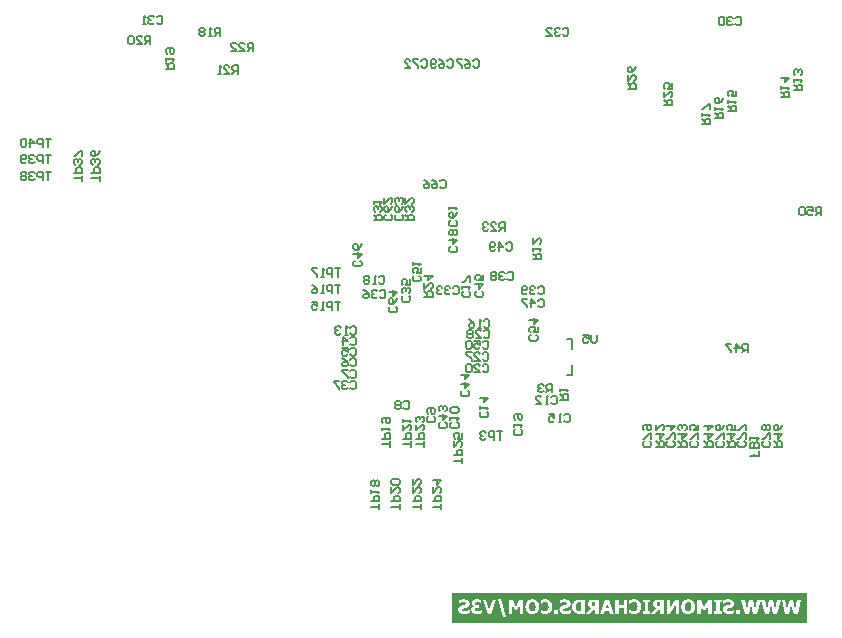
<source format=gbo>
G04 Layer_Color=13278208*
%FSLAX44Y44*%
%MOMM*%
G71*
G01*
G75*
%ADD50C,0.2000*%
%ADD66C,0.1300*%
G36*
X3511000Y2673000D02*
X3210774D01*
Y2698196D01*
X3511000D01*
Y2673000D01*
D02*
G37*
%LPC*%
G36*
X3454013Y2683799D02*
X3451147D01*
Y2680616D01*
X3454013D01*
Y2683799D01*
D02*
G37*
G36*
X3389930Y2692663D02*
X3384748D01*
X3384498Y2692646D01*
X3384231Y2692630D01*
X3383948Y2692613D01*
X3383648Y2692580D01*
X3383365Y2692530D01*
X3383331D01*
X3383232Y2692496D01*
X3383098Y2692463D01*
X3382915Y2692413D01*
X3382698Y2692346D01*
X3382465Y2692263D01*
X3382215Y2692146D01*
X3381982Y2692013D01*
X3381949Y2691996D01*
X3381882Y2691946D01*
X3381748Y2691846D01*
X3381615Y2691730D01*
X3381448Y2691580D01*
X3381265Y2691396D01*
X3381099Y2691197D01*
X3380949Y2690963D01*
X3380932Y2690930D01*
X3380882Y2690847D01*
X3380832Y2690714D01*
X3380749Y2690530D01*
X3380682Y2690297D01*
X3380632Y2690014D01*
X3380582Y2689697D01*
X3380565Y2689347D01*
Y2689330D01*
Y2689280D01*
Y2689214D01*
X3380582Y2689114D01*
Y2688997D01*
X3380599Y2688864D01*
X3380649Y2688547D01*
X3380715Y2688197D01*
X3380832Y2687814D01*
X3380982Y2687448D01*
X3381199Y2687097D01*
Y2687081D01*
X3381232Y2687064D01*
X3381265Y2687014D01*
X3381315Y2686948D01*
X3381448Y2686798D01*
X3381632Y2686598D01*
X3381882Y2686381D01*
X3382165Y2686165D01*
X3382498Y2685931D01*
X3382865Y2685731D01*
X3378799Y2680616D01*
X3382498D01*
X3385847Y2685031D01*
X3386914D01*
Y2680616D01*
X3389930D01*
Y2692663D01*
D02*
G37*
G36*
X3438717D02*
X3432219D01*
Y2690563D01*
X3433952D01*
Y2682715D01*
X3432219D01*
Y2680616D01*
X3438717D01*
Y2682715D01*
X3436984D01*
Y2690563D01*
X3438717D01*
Y2692663D01*
D02*
G37*
G36*
X3289422Y2692913D02*
X3289172D01*
X3288989Y2692896D01*
X3288789D01*
X3288572Y2692880D01*
X3288139Y2692830D01*
X3288106D01*
X3288039Y2692813D01*
X3287922Y2692796D01*
X3287773Y2692763D01*
X3287606Y2692729D01*
X3287422Y2692696D01*
X3287023Y2692596D01*
X3287006D01*
X3286956Y2692580D01*
X3286873Y2692546D01*
X3286756Y2692513D01*
X3286623Y2692463D01*
X3286473Y2692413D01*
X3286140Y2692263D01*
X3286123Y2692246D01*
X3286056Y2692230D01*
X3285973Y2692196D01*
X3285856Y2692146D01*
X3285590Y2692030D01*
X3285457Y2691963D01*
X3285340Y2691896D01*
Y2689047D01*
X3285656D01*
X3285673Y2689064D01*
X3285690Y2689081D01*
X3285740Y2689114D01*
X3285806Y2689180D01*
X3285973Y2689314D01*
X3286206Y2689497D01*
X3286223Y2689514D01*
X3286256Y2689547D01*
X3286340Y2689597D01*
X3286423Y2689664D01*
X3286540Y2689747D01*
X3286656Y2689830D01*
X3286956Y2690030D01*
X3286973Y2690047D01*
X3287023Y2690080D01*
X3287123Y2690114D01*
X3287223Y2690180D01*
X3287373Y2690247D01*
X3287523Y2690313D01*
X3287706Y2690397D01*
X3287889Y2690464D01*
X3287906Y2690480D01*
X3287972Y2690497D01*
X3288073Y2690530D01*
X3288206Y2690563D01*
X3288372Y2690597D01*
X3288539Y2690613D01*
X3288739Y2690647D01*
X3289055D01*
X3289172Y2690630D01*
X3289339Y2690613D01*
X3289522Y2690597D01*
X3289722Y2690563D01*
X3289922Y2690497D01*
X3290139Y2690430D01*
X3290155Y2690414D01*
X3290222Y2690397D01*
X3290338Y2690347D01*
X3290472Y2690263D01*
X3290622Y2690164D01*
X3290805Y2690047D01*
X3290988Y2689897D01*
X3291172Y2689714D01*
X3291188Y2689697D01*
X3291238Y2689630D01*
X3291322Y2689530D01*
X3291438Y2689397D01*
X3291555Y2689214D01*
X3291671Y2688997D01*
X3291788Y2688747D01*
X3291905Y2688464D01*
Y2688447D01*
X3291921Y2688430D01*
X3291938Y2688381D01*
X3291955Y2688331D01*
X3291988Y2688164D01*
X3292038Y2687947D01*
X3292105Y2687664D01*
X3292138Y2687348D01*
X3292171Y2686998D01*
X3292188Y2686614D01*
Y2686598D01*
Y2686565D01*
Y2686515D01*
Y2686431D01*
X3292171Y2686331D01*
Y2686215D01*
X3292155Y2685965D01*
X3292121Y2685665D01*
X3292072Y2685348D01*
X3292005Y2685031D01*
X3291905Y2684732D01*
X3291888Y2684698D01*
X3291855Y2684598D01*
X3291788Y2684465D01*
X3291688Y2684298D01*
X3291588Y2684099D01*
X3291455Y2683882D01*
X3291288Y2683682D01*
X3291122Y2683499D01*
X3291105Y2683482D01*
X3291039Y2683432D01*
X3290938Y2683349D01*
X3290805Y2683249D01*
X3290655Y2683149D01*
X3290472Y2683032D01*
X3290272Y2682932D01*
X3290072Y2682849D01*
X3290038D01*
X3289972Y2682816D01*
X3289855Y2682782D01*
X3289706Y2682749D01*
X3289539Y2682715D01*
X3289339Y2682682D01*
X3289139Y2682665D01*
X3288922Y2682649D01*
X3288822D01*
X3288706Y2682665D01*
X3288556D01*
X3288389Y2682699D01*
X3288189Y2682732D01*
X3287989Y2682766D01*
X3287789Y2682832D01*
X3287773Y2682849D01*
X3287689Y2682865D01*
X3287589Y2682915D01*
X3287473Y2682965D01*
X3287323Y2683032D01*
X3287173Y2683099D01*
X3287023Y2683199D01*
X3286873Y2683282D01*
X3286856Y2683299D01*
X3286806Y2683332D01*
X3286723Y2683382D01*
X3286623Y2683432D01*
X3286389Y2683599D01*
X3286156Y2683782D01*
X3286140Y2683799D01*
X3286106Y2683832D01*
X3286056Y2683865D01*
X3285973Y2683932D01*
X3285806Y2684082D01*
X3285623Y2684248D01*
X3285340D01*
Y2681416D01*
X3285356D01*
X3285406Y2681382D01*
X3285473Y2681349D01*
X3285556Y2681316D01*
X3285673Y2681249D01*
X3285806Y2681199D01*
X3286123Y2681049D01*
X3286140D01*
X3286190Y2681016D01*
X3286290Y2680982D01*
X3286389Y2680933D01*
X3286523Y2680883D01*
X3286673Y2680833D01*
X3287006Y2680716D01*
X3287023D01*
X3287106Y2680699D01*
X3287206Y2680666D01*
X3287356Y2680633D01*
X3287523Y2680599D01*
X3287689Y2680549D01*
X3288073Y2680483D01*
X3288089D01*
X3288156Y2680466D01*
X3288272Y2680450D01*
X3288423Y2680433D01*
X3288606Y2680416D01*
X3288839Y2680399D01*
X3289122Y2680383D01*
X3289539D01*
X3289689Y2680399D01*
X3289872Y2680416D01*
X3290105Y2680433D01*
X3290372Y2680466D01*
X3290655Y2680516D01*
X3290972Y2680583D01*
X3291322Y2680666D01*
X3291671Y2680782D01*
X3292021Y2680916D01*
X3292388Y2681066D01*
X3292738Y2681266D01*
X3293088Y2681483D01*
X3293405Y2681732D01*
X3293721Y2682016D01*
X3293738Y2682032D01*
X3293788Y2682099D01*
X3293871Y2682182D01*
X3293971Y2682315D01*
X3294088Y2682482D01*
X3294221Y2682682D01*
X3294371Y2682932D01*
X3294504Y2683199D01*
X3294654Y2683515D01*
X3294804Y2683865D01*
X3294937Y2684232D01*
X3295054Y2684648D01*
X3295154Y2685098D01*
X3295237Y2685581D01*
X3295287Y2686081D01*
X3295304Y2686631D01*
Y2686648D01*
Y2686664D01*
Y2686765D01*
X3295287Y2686914D01*
X3295271Y2687114D01*
X3295254Y2687348D01*
X3295221Y2687631D01*
X3295171Y2687947D01*
X3295104Y2688281D01*
X3295021Y2688631D01*
X3294921Y2689014D01*
X3294787Y2689380D01*
X3294637Y2689763D01*
X3294454Y2690147D01*
X3294237Y2690513D01*
X3294004Y2690863D01*
X3293721Y2691197D01*
X3293704Y2691213D01*
X3293654Y2691263D01*
X3293554Y2691363D01*
X3293421Y2691463D01*
X3293271Y2691596D01*
X3293071Y2691747D01*
X3292838Y2691896D01*
X3292588Y2692063D01*
X3292288Y2692213D01*
X3291971Y2692363D01*
X3291621Y2692513D01*
X3291238Y2692646D01*
X3290822Y2692763D01*
X3290388Y2692846D01*
X3289922Y2692896D01*
X3289422Y2692913D01*
D02*
G37*
G36*
X3220306Y2692880D02*
X3220023D01*
X3219907Y2692863D01*
X3219640Y2692846D01*
X3219323Y2692830D01*
X3218957Y2692780D01*
X3218574Y2692729D01*
X3218174Y2692646D01*
X3218157D01*
X3218124Y2692630D01*
X3218074D01*
X3217990Y2692613D01*
X3217907Y2692580D01*
X3217791Y2692563D01*
X3217541Y2692496D01*
X3217241Y2692413D01*
X3216907Y2692313D01*
X3216591Y2692196D01*
X3216258Y2692063D01*
Y2689314D01*
X3216541D01*
X3216574Y2689347D01*
X3216657Y2689414D01*
X3216807Y2689514D01*
X3216991Y2689647D01*
X3217224Y2689797D01*
X3217507Y2689964D01*
X3217824Y2690130D01*
X3218174Y2690280D01*
X3218190D01*
X3218224Y2690297D01*
X3218274Y2690313D01*
X3218340Y2690347D01*
X3218423Y2690380D01*
X3218540Y2690414D01*
X3218790Y2690480D01*
X3219090Y2690547D01*
X3219424Y2690613D01*
X3219773Y2690663D01*
X3220157Y2690680D01*
X3220390D01*
X3220623Y2690647D01*
X3220873Y2690613D01*
X3220890D01*
X3220923Y2690597D01*
X3220990D01*
X3221073Y2690563D01*
X3221289Y2690497D01*
X3221540Y2690397D01*
X3221556D01*
X3221589Y2690380D01*
X3221639Y2690347D01*
X3221706Y2690297D01*
X3221856Y2690180D01*
X3222023Y2690014D01*
Y2689997D01*
X3222056Y2689964D01*
X3222089Y2689914D01*
X3222123Y2689847D01*
X3222189Y2689664D01*
X3222206Y2689564D01*
X3222223Y2689447D01*
Y2689431D01*
Y2689380D01*
X3222206Y2689297D01*
X3222189Y2689180D01*
X3222139Y2689064D01*
X3222089Y2688947D01*
X3222006Y2688831D01*
X3221906Y2688714D01*
X3221889Y2688697D01*
X3221839Y2688664D01*
X3221756Y2688614D01*
X3221623Y2688547D01*
X3221456Y2688481D01*
X3221223Y2688397D01*
X3220956Y2688314D01*
X3220640Y2688231D01*
X3220606D01*
X3220540Y2688214D01*
X3220423Y2688181D01*
X3220256Y2688147D01*
X3220090Y2688114D01*
X3219890Y2688064D01*
X3219473Y2687964D01*
X3219440D01*
X3219373Y2687947D01*
X3219257Y2687914D01*
X3219107Y2687864D01*
X3218924Y2687814D01*
X3218723Y2687764D01*
X3218490Y2687697D01*
X3218257Y2687614D01*
X3218240D01*
X3218207Y2687597D01*
X3218140Y2687564D01*
X3218057Y2687531D01*
X3217940Y2687481D01*
X3217824Y2687431D01*
X3217557Y2687281D01*
X3217257Y2687114D01*
X3216941Y2686898D01*
X3216641Y2686648D01*
X3216391Y2686381D01*
X3216357Y2686348D01*
X3216341Y2686298D01*
X3216291Y2686248D01*
X3216191Y2686081D01*
X3216074Y2685848D01*
X3215974Y2685565D01*
X3215874Y2685215D01*
X3215807Y2684815D01*
X3215774Y2684365D01*
Y2684348D01*
Y2684282D01*
X3215791Y2684198D01*
Y2684065D01*
X3215824Y2683915D01*
X3215841Y2683748D01*
X3215891Y2683549D01*
X3215958Y2683332D01*
X3216024Y2683115D01*
X3216124Y2682882D01*
X3216241Y2682632D01*
X3216374Y2682399D01*
X3216541Y2682166D01*
X3216724Y2681916D01*
X3216941Y2681699D01*
X3217191Y2681483D01*
X3217207Y2681466D01*
X3217257Y2681432D01*
X3217341Y2681382D01*
X3217440Y2681316D01*
X3217591Y2681233D01*
X3217757Y2681133D01*
X3217974Y2681049D01*
X3218190Y2680949D01*
X3218457Y2680833D01*
X3218740Y2680749D01*
X3219057Y2680649D01*
X3219390Y2680566D01*
X3219756Y2680499D01*
X3220157Y2680450D01*
X3220573Y2680416D01*
X3221006Y2680399D01*
X3221240D01*
X3221356Y2680416D01*
X3221656D01*
X3221823Y2680433D01*
X3222206Y2680466D01*
X3222622Y2680516D01*
X3223039Y2680583D01*
X3223439Y2680666D01*
X3223456D01*
X3223489Y2680683D01*
X3223539Y2680699D01*
X3223622Y2680716D01*
X3223706Y2680733D01*
X3223822Y2680766D01*
X3224072Y2680849D01*
X3224372Y2680949D01*
X3224689Y2681049D01*
X3225372Y2681316D01*
Y2684198D01*
X3225105D01*
X3225089Y2684182D01*
X3225072Y2684165D01*
X3225022Y2684132D01*
X3224939Y2684065D01*
X3224855Y2683998D01*
X3224755Y2683932D01*
X3224522Y2683748D01*
X3224222Y2683565D01*
X3223889Y2683365D01*
X3223506Y2683165D01*
X3223106Y2682999D01*
X3223089D01*
X3223056Y2682982D01*
X3222989Y2682965D01*
X3222922Y2682932D01*
X3222823Y2682899D01*
X3222706Y2682865D01*
X3222422Y2682799D01*
X3222106Y2682732D01*
X3221756Y2682665D01*
X3221373Y2682615D01*
X3220990Y2682599D01*
X3220806D01*
X3220706Y2682615D01*
X3220590D01*
X3220457Y2682632D01*
X3220306Y2682649D01*
X3220290D01*
X3220240Y2682665D01*
X3220157D01*
X3220056Y2682699D01*
X3219840Y2682749D01*
X3219723Y2682782D01*
X3219623Y2682832D01*
X3219607D01*
X3219573Y2682865D01*
X3219507Y2682882D01*
X3219440Y2682932D01*
X3219257Y2683049D01*
X3219090Y2683199D01*
X3219073Y2683215D01*
X3219057Y2683249D01*
X3219023Y2683299D01*
X3218973Y2683382D01*
X3218924Y2683465D01*
X3218890Y2683582D01*
X3218874Y2683715D01*
X3218857Y2683865D01*
Y2683882D01*
Y2683948D01*
X3218874Y2684015D01*
X3218907Y2684132D01*
X3218940Y2684248D01*
X3219007Y2684365D01*
X3219107Y2684482D01*
X3219223Y2684598D01*
X3219240Y2684615D01*
X3219290Y2684648D01*
X3219357Y2684698D01*
X3219457Y2684765D01*
X3219590Y2684832D01*
X3219723Y2684898D01*
X3219890Y2684965D01*
X3220073Y2685015D01*
X3220107D01*
X3220173Y2685048D01*
X3220306Y2685065D01*
X3220473Y2685115D01*
X3220673Y2685148D01*
X3220890Y2685198D01*
X3221140Y2685265D01*
X3221389Y2685315D01*
X3221423D01*
X3221506Y2685348D01*
X3221639Y2685381D01*
X3221806Y2685415D01*
X3222006Y2685465D01*
X3222239Y2685531D01*
X3222689Y2685665D01*
X3222706D01*
X3222756Y2685681D01*
X3222823Y2685715D01*
X3222922Y2685765D01*
X3223039Y2685815D01*
X3223172Y2685865D01*
X3223472Y2686015D01*
X3223806Y2686215D01*
X3224139Y2686431D01*
X3224439Y2686698D01*
X3224589Y2686848D01*
X3224705Y2686998D01*
Y2687014D01*
X3224739Y2687031D01*
X3224755Y2687081D01*
X3224805Y2687148D01*
X3224839Y2687231D01*
X3224889Y2687331D01*
X3225005Y2687564D01*
X3225122Y2687881D01*
X3225205Y2688231D01*
X3225272Y2688631D01*
X3225305Y2689081D01*
Y2689097D01*
Y2689164D01*
X3225288Y2689247D01*
Y2689364D01*
X3225255Y2689514D01*
X3225222Y2689680D01*
X3225189Y2689864D01*
X3225122Y2690063D01*
X3225055Y2690280D01*
X3224955Y2690497D01*
X3224839Y2690730D01*
X3224705Y2690963D01*
X3224539Y2691180D01*
X3224355Y2691413D01*
X3224139Y2691630D01*
X3223889Y2691830D01*
X3223872Y2691846D01*
X3223822Y2691880D01*
X3223739Y2691930D01*
X3223639Y2691996D01*
X3223489Y2692080D01*
X3223322Y2692163D01*
X3223122Y2692263D01*
X3222906Y2692363D01*
X3222656Y2692446D01*
X3222389Y2692546D01*
X3222089Y2692630D01*
X3221773Y2692713D01*
X3221440Y2692780D01*
X3221073Y2692830D01*
X3220706Y2692863D01*
X3220306Y2692880D01*
D02*
G37*
G36*
X3305868D02*
X3305585D01*
X3305468Y2692863D01*
X3305201Y2692846D01*
X3304885Y2692830D01*
X3304518Y2692780D01*
X3304135Y2692729D01*
X3303735Y2692646D01*
X3303718D01*
X3303685Y2692630D01*
X3303635D01*
X3303552Y2692613D01*
X3303469Y2692580D01*
X3303352Y2692563D01*
X3303102Y2692496D01*
X3302802Y2692413D01*
X3302469Y2692313D01*
X3302152Y2692196D01*
X3301819Y2692063D01*
Y2689314D01*
X3302102D01*
X3302136Y2689347D01*
X3302219Y2689414D01*
X3302369Y2689514D01*
X3302552Y2689647D01*
X3302785Y2689797D01*
X3303069Y2689964D01*
X3303385Y2690130D01*
X3303735Y2690280D01*
X3303752D01*
X3303785Y2690297D01*
X3303835Y2690313D01*
X3303902Y2690347D01*
X3303985Y2690380D01*
X3304102Y2690414D01*
X3304352Y2690480D01*
X3304651Y2690547D01*
X3304985Y2690613D01*
X3305335Y2690663D01*
X3305718Y2690680D01*
X3305951D01*
X3306184Y2690647D01*
X3306434Y2690613D01*
X3306451D01*
X3306484Y2690597D01*
X3306551D01*
X3306635Y2690563D01*
X3306851Y2690497D01*
X3307101Y2690397D01*
X3307118D01*
X3307151Y2690380D01*
X3307201Y2690347D01*
X3307267Y2690297D01*
X3307418Y2690180D01*
X3307584Y2690014D01*
Y2689997D01*
X3307617Y2689964D01*
X3307651Y2689914D01*
X3307684Y2689847D01*
X3307751Y2689664D01*
X3307767Y2689564D01*
X3307784Y2689447D01*
Y2689431D01*
Y2689380D01*
X3307767Y2689297D01*
X3307751Y2689180D01*
X3307701Y2689064D01*
X3307651Y2688947D01*
X3307567Y2688831D01*
X3307468Y2688714D01*
X3307451Y2688697D01*
X3307401Y2688664D01*
X3307318Y2688614D01*
X3307184Y2688547D01*
X3307018Y2688481D01*
X3306784Y2688397D01*
X3306518Y2688314D01*
X3306201Y2688231D01*
X3306168D01*
X3306101Y2688214D01*
X3305984Y2688181D01*
X3305818Y2688147D01*
X3305651Y2688114D01*
X3305451Y2688064D01*
X3305035Y2687964D01*
X3305002D01*
X3304935Y2687947D01*
X3304818Y2687914D01*
X3304668Y2687864D01*
X3304485Y2687814D01*
X3304285Y2687764D01*
X3304052Y2687697D01*
X3303818Y2687614D01*
X3303802D01*
X3303768Y2687597D01*
X3303702Y2687564D01*
X3303618Y2687531D01*
X3303502Y2687481D01*
X3303385Y2687431D01*
X3303119Y2687281D01*
X3302819Y2687114D01*
X3302502Y2686898D01*
X3302202Y2686648D01*
X3301952Y2686381D01*
X3301919Y2686348D01*
X3301902Y2686298D01*
X3301852Y2686248D01*
X3301752Y2686081D01*
X3301636Y2685848D01*
X3301536Y2685565D01*
X3301436Y2685215D01*
X3301369Y2684815D01*
X3301336Y2684365D01*
Y2684348D01*
Y2684282D01*
X3301353Y2684198D01*
Y2684065D01*
X3301386Y2683915D01*
X3301402Y2683748D01*
X3301452Y2683549D01*
X3301519Y2683332D01*
X3301586Y2683115D01*
X3301685Y2682882D01*
X3301802Y2682632D01*
X3301936Y2682399D01*
X3302102Y2682166D01*
X3302285Y2681916D01*
X3302502Y2681699D01*
X3302752Y2681483D01*
X3302769Y2681466D01*
X3302819Y2681432D01*
X3302902Y2681382D01*
X3303002Y2681316D01*
X3303152Y2681233D01*
X3303318Y2681133D01*
X3303535Y2681049D01*
X3303752Y2680949D01*
X3304018Y2680833D01*
X3304301Y2680749D01*
X3304618Y2680649D01*
X3304951Y2680566D01*
X3305318Y2680499D01*
X3305718Y2680450D01*
X3306135Y2680416D01*
X3306568Y2680399D01*
X3306801D01*
X3306918Y2680416D01*
X3307217D01*
X3307384Y2680433D01*
X3307767Y2680466D01*
X3308184Y2680516D01*
X3308600Y2680583D01*
X3309001Y2680666D01*
X3309017D01*
X3309050Y2680683D01*
X3309100Y2680699D01*
X3309184Y2680716D01*
X3309267Y2680733D01*
X3309384Y2680766D01*
X3309633Y2680849D01*
X3309933Y2680949D01*
X3310250Y2681049D01*
X3310933Y2681316D01*
Y2684198D01*
X3310667D01*
X3310650Y2684182D01*
X3310633Y2684165D01*
X3310583Y2684132D01*
X3310500Y2684065D01*
X3310417Y2683998D01*
X3310317Y2683932D01*
X3310084Y2683748D01*
X3309784Y2683565D01*
X3309450Y2683365D01*
X3309067Y2683165D01*
X3308667Y2682999D01*
X3308651D01*
X3308617Y2682982D01*
X3308550Y2682965D01*
X3308484Y2682932D01*
X3308384Y2682899D01*
X3308267Y2682865D01*
X3307984Y2682799D01*
X3307668Y2682732D01*
X3307318Y2682665D01*
X3306934Y2682615D01*
X3306551Y2682599D01*
X3306368D01*
X3306268Y2682615D01*
X3306151D01*
X3306018Y2682632D01*
X3305868Y2682649D01*
X3305851D01*
X3305801Y2682665D01*
X3305718D01*
X3305618Y2682699D01*
X3305401Y2682749D01*
X3305285Y2682782D01*
X3305185Y2682832D01*
X3305168D01*
X3305135Y2682865D01*
X3305068Y2682882D01*
X3305002Y2682932D01*
X3304818Y2683049D01*
X3304651Y2683199D01*
X3304635Y2683215D01*
X3304618Y2683249D01*
X3304585Y2683299D01*
X3304535Y2683382D01*
X3304485Y2683465D01*
X3304452Y2683582D01*
X3304435Y2683715D01*
X3304418Y2683865D01*
Y2683882D01*
Y2683948D01*
X3304435Y2684015D01*
X3304468Y2684132D01*
X3304502Y2684248D01*
X3304568Y2684365D01*
X3304668Y2684482D01*
X3304785Y2684598D01*
X3304802Y2684615D01*
X3304851Y2684648D01*
X3304918Y2684698D01*
X3305018Y2684765D01*
X3305151Y2684832D01*
X3305285Y2684898D01*
X3305451Y2684965D01*
X3305634Y2685015D01*
X3305668D01*
X3305735Y2685048D01*
X3305868Y2685065D01*
X3306035Y2685115D01*
X3306234Y2685148D01*
X3306451Y2685198D01*
X3306701Y2685265D01*
X3306951Y2685315D01*
X3306984D01*
X3307068Y2685348D01*
X3307201Y2685381D01*
X3307368Y2685415D01*
X3307567Y2685465D01*
X3307801Y2685531D01*
X3308251Y2685665D01*
X3308267D01*
X3308317Y2685681D01*
X3308384Y2685715D01*
X3308484Y2685765D01*
X3308600Y2685815D01*
X3308734Y2685865D01*
X3309034Y2686015D01*
X3309367Y2686215D01*
X3309700Y2686431D01*
X3310000Y2686698D01*
X3310150Y2686848D01*
X3310267Y2686998D01*
Y2687014D01*
X3310300Y2687031D01*
X3310317Y2687081D01*
X3310367Y2687148D01*
X3310400Y2687231D01*
X3310450Y2687331D01*
X3310567Y2687564D01*
X3310683Y2687881D01*
X3310767Y2688231D01*
X3310833Y2688631D01*
X3310867Y2689081D01*
Y2689097D01*
Y2689164D01*
X3310850Y2689247D01*
Y2689364D01*
X3310817Y2689514D01*
X3310783Y2689680D01*
X3310750Y2689864D01*
X3310683Y2690063D01*
X3310617Y2690280D01*
X3310517Y2690497D01*
X3310400Y2690730D01*
X3310267Y2690963D01*
X3310100Y2691180D01*
X3309917Y2691413D01*
X3309700Y2691630D01*
X3309450Y2691830D01*
X3309434Y2691846D01*
X3309384Y2691880D01*
X3309300Y2691930D01*
X3309200Y2691996D01*
X3309050Y2692080D01*
X3308884Y2692163D01*
X3308684Y2692263D01*
X3308467Y2692363D01*
X3308217Y2692446D01*
X3307951Y2692546D01*
X3307651Y2692630D01*
X3307334Y2692713D01*
X3307001Y2692780D01*
X3306635Y2692830D01*
X3306268Y2692863D01*
X3305868Y2692880D01*
D02*
G37*
G36*
X3322830Y2692663D02*
X3318631D01*
X3318498Y2692646D01*
X3318331D01*
X3317965Y2692630D01*
X3317565Y2692596D01*
X3317148Y2692546D01*
X3316732Y2692496D01*
X3316682D01*
X3316615Y2692480D01*
X3316548Y2692463D01*
X3316448Y2692446D01*
X3316332Y2692413D01*
X3316049Y2692330D01*
X3315732Y2692230D01*
X3315382Y2692096D01*
X3315016Y2691930D01*
X3314649Y2691713D01*
X3314632Y2691696D01*
X3314599Y2691680D01*
X3314532Y2691630D01*
X3314449Y2691580D01*
X3314349Y2691497D01*
X3314232Y2691396D01*
X3313966Y2691163D01*
X3313666Y2690880D01*
X3313366Y2690513D01*
X3313066Y2690114D01*
X3312783Y2689647D01*
X3312766Y2689630D01*
X3312750Y2689597D01*
X3312716Y2689514D01*
X3312666Y2689414D01*
X3312616Y2689297D01*
X3312566Y2689147D01*
X3312499Y2688980D01*
X3312433Y2688781D01*
X3312366Y2688581D01*
X3312299Y2688347D01*
X3312249Y2688098D01*
X3312200Y2687831D01*
X3312116Y2687248D01*
X3312083Y2686614D01*
Y2686598D01*
Y2686548D01*
Y2686448D01*
X3312100Y2686331D01*
Y2686181D01*
X3312116Y2686015D01*
X3312150Y2685815D01*
X3312183Y2685615D01*
X3312266Y2685132D01*
X3312400Y2684632D01*
X3312583Y2684115D01*
X3312700Y2683849D01*
X3312833Y2683599D01*
Y2683582D01*
X3312866Y2683549D01*
X3312899Y2683465D01*
X3312966Y2683382D01*
X3313033Y2683265D01*
X3313116Y2683149D01*
X3313333Y2682849D01*
X3313599Y2682532D01*
X3313916Y2682182D01*
X3314283Y2681866D01*
X3314682Y2681566D01*
X3314699D01*
X3314732Y2681532D01*
X3314782Y2681516D01*
X3314849Y2681466D01*
X3314932Y2681416D01*
X3315032Y2681366D01*
X3315282Y2681233D01*
X3315599Y2681099D01*
X3315932Y2680982D01*
X3316315Y2680866D01*
X3316732Y2680782D01*
X3316782D01*
X3316848Y2680766D01*
X3316915Y2680749D01*
X3317032D01*
X3317148Y2680733D01*
X3317281Y2680716D01*
X3317432Y2680699D01*
X3317781Y2680666D01*
X3318181Y2680649D01*
X3318615Y2680616D01*
X3322830D01*
Y2692663D01*
D02*
G37*
G36*
X3299886Y2683799D02*
X3297020D01*
Y2680616D01*
X3299886D01*
Y2683799D01*
D02*
G37*
G36*
X3444316Y2692880D02*
X3444033D01*
X3443916Y2692863D01*
X3443649Y2692846D01*
X3443333Y2692830D01*
X3442966Y2692780D01*
X3442583Y2692729D01*
X3442183Y2692646D01*
X3442166D01*
X3442133Y2692630D01*
X3442083D01*
X3442000Y2692613D01*
X3441917Y2692580D01*
X3441800Y2692563D01*
X3441550Y2692496D01*
X3441250Y2692413D01*
X3440917Y2692313D01*
X3440600Y2692196D01*
X3440267Y2692063D01*
Y2689314D01*
X3440550D01*
X3440583Y2689347D01*
X3440667Y2689414D01*
X3440817Y2689514D01*
X3441000Y2689647D01*
X3441233Y2689797D01*
X3441516Y2689964D01*
X3441833Y2690130D01*
X3442183Y2690280D01*
X3442200D01*
X3442233Y2690297D01*
X3442283Y2690313D01*
X3442350Y2690347D01*
X3442433Y2690380D01*
X3442550Y2690414D01*
X3442799Y2690480D01*
X3443099Y2690547D01*
X3443433Y2690613D01*
X3443783Y2690663D01*
X3444166Y2690680D01*
X3444399D01*
X3444632Y2690647D01*
X3444882Y2690613D01*
X3444899D01*
X3444932Y2690597D01*
X3444999D01*
X3445082Y2690563D01*
X3445299Y2690497D01*
X3445549Y2690397D01*
X3445565D01*
X3445599Y2690380D01*
X3445649Y2690347D01*
X3445715Y2690297D01*
X3445865Y2690180D01*
X3446032Y2690014D01*
Y2689997D01*
X3446065Y2689964D01*
X3446099Y2689914D01*
X3446132Y2689847D01*
X3446199Y2689664D01*
X3446215Y2689564D01*
X3446232Y2689447D01*
Y2689431D01*
Y2689380D01*
X3446215Y2689297D01*
X3446199Y2689180D01*
X3446149Y2689064D01*
X3446099Y2688947D01*
X3446015Y2688831D01*
X3445916Y2688714D01*
X3445899Y2688697D01*
X3445849Y2688664D01*
X3445765Y2688614D01*
X3445632Y2688547D01*
X3445465Y2688481D01*
X3445232Y2688397D01*
X3444966Y2688314D01*
X3444649Y2688231D01*
X3444616D01*
X3444549Y2688214D01*
X3444432Y2688181D01*
X3444266Y2688147D01*
X3444099Y2688114D01*
X3443899Y2688064D01*
X3443483Y2687964D01*
X3443449D01*
X3443383Y2687947D01*
X3443266Y2687914D01*
X3443116Y2687864D01*
X3442933Y2687814D01*
X3442733Y2687764D01*
X3442500Y2687697D01*
X3442266Y2687614D01*
X3442249D01*
X3442216Y2687597D01*
X3442150Y2687564D01*
X3442066Y2687531D01*
X3441950Y2687481D01*
X3441833Y2687431D01*
X3441566Y2687281D01*
X3441266Y2687114D01*
X3440950Y2686898D01*
X3440650Y2686648D01*
X3440400Y2686381D01*
X3440367Y2686348D01*
X3440350Y2686298D01*
X3440300Y2686248D01*
X3440200Y2686081D01*
X3440084Y2685848D01*
X3439984Y2685565D01*
X3439884Y2685215D01*
X3439817Y2684815D01*
X3439784Y2684365D01*
Y2684348D01*
Y2684282D01*
X3439800Y2684198D01*
Y2684065D01*
X3439834Y2683915D01*
X3439850Y2683748D01*
X3439900Y2683549D01*
X3439967Y2683332D01*
X3440034Y2683115D01*
X3440133Y2682882D01*
X3440250Y2682632D01*
X3440383Y2682399D01*
X3440550Y2682166D01*
X3440733Y2681916D01*
X3440950Y2681699D01*
X3441200Y2681483D01*
X3441217Y2681466D01*
X3441266Y2681432D01*
X3441350Y2681382D01*
X3441450Y2681316D01*
X3441600Y2681233D01*
X3441766Y2681133D01*
X3441983Y2681049D01*
X3442200Y2680949D01*
X3442466Y2680833D01*
X3442750Y2680749D01*
X3443066Y2680649D01*
X3443399Y2680566D01*
X3443766Y2680499D01*
X3444166Y2680450D01*
X3444583Y2680416D01*
X3445016Y2680399D01*
X3445249D01*
X3445366Y2680416D01*
X3445665D01*
X3445832Y2680433D01*
X3446215Y2680466D01*
X3446632Y2680516D01*
X3447048Y2680583D01*
X3447448Y2680666D01*
X3447465D01*
X3447498Y2680683D01*
X3447548Y2680699D01*
X3447632Y2680716D01*
X3447715Y2680733D01*
X3447831Y2680766D01*
X3448081Y2680849D01*
X3448381Y2680949D01*
X3448698Y2681049D01*
X3449381Y2681316D01*
Y2684198D01*
X3449114D01*
X3449098Y2684182D01*
X3449081Y2684165D01*
X3449031Y2684132D01*
X3448948Y2684065D01*
X3448865Y2683998D01*
X3448765Y2683932D01*
X3448531Y2683748D01*
X3448232Y2683565D01*
X3447898Y2683365D01*
X3447515Y2683165D01*
X3447115Y2682999D01*
X3447098D01*
X3447065Y2682982D01*
X3446998Y2682965D01*
X3446932Y2682932D01*
X3446832Y2682899D01*
X3446715Y2682865D01*
X3446432Y2682799D01*
X3446115Y2682732D01*
X3445765Y2682665D01*
X3445382Y2682615D01*
X3444999Y2682599D01*
X3444816D01*
X3444716Y2682615D01*
X3444599D01*
X3444466Y2682632D01*
X3444316Y2682649D01*
X3444299D01*
X3444249Y2682665D01*
X3444166D01*
X3444066Y2682699D01*
X3443849Y2682749D01*
X3443733Y2682782D01*
X3443633Y2682832D01*
X3443616D01*
X3443582Y2682865D01*
X3443516Y2682882D01*
X3443449Y2682932D01*
X3443266Y2683049D01*
X3443099Y2683199D01*
X3443083Y2683215D01*
X3443066Y2683249D01*
X3443033Y2683299D01*
X3442983Y2683382D01*
X3442933Y2683465D01*
X3442899Y2683582D01*
X3442883Y2683715D01*
X3442866Y2683865D01*
Y2683882D01*
Y2683948D01*
X3442883Y2684015D01*
X3442916Y2684132D01*
X3442950Y2684248D01*
X3443016Y2684365D01*
X3443116Y2684482D01*
X3443233Y2684598D01*
X3443250Y2684615D01*
X3443299Y2684648D01*
X3443366Y2684698D01*
X3443466Y2684765D01*
X3443599Y2684832D01*
X3443733Y2684898D01*
X3443899Y2684965D01*
X3444083Y2685015D01*
X3444116D01*
X3444182Y2685048D01*
X3444316Y2685065D01*
X3444482Y2685115D01*
X3444682Y2685148D01*
X3444899Y2685198D01*
X3445149Y2685265D01*
X3445399Y2685315D01*
X3445432D01*
X3445515Y2685348D01*
X3445649Y2685381D01*
X3445815Y2685415D01*
X3446015Y2685465D01*
X3446248Y2685531D01*
X3446699Y2685665D01*
X3446715D01*
X3446765Y2685681D01*
X3446832Y2685715D01*
X3446932Y2685765D01*
X3447048Y2685815D01*
X3447182Y2685865D01*
X3447482Y2686015D01*
X3447815Y2686215D01*
X3448148Y2686431D01*
X3448448Y2686698D01*
X3448598Y2686848D01*
X3448715Y2686998D01*
Y2687014D01*
X3448748Y2687031D01*
X3448765Y2687081D01*
X3448815Y2687148D01*
X3448848Y2687231D01*
X3448898Y2687331D01*
X3449015Y2687564D01*
X3449131Y2687881D01*
X3449214Y2688231D01*
X3449281Y2688631D01*
X3449315Y2689081D01*
Y2689097D01*
Y2689164D01*
X3449298Y2689247D01*
Y2689364D01*
X3449265Y2689514D01*
X3449231Y2689680D01*
X3449198Y2689864D01*
X3449131Y2690063D01*
X3449065Y2690280D01*
X3448965Y2690497D01*
X3448848Y2690730D01*
X3448715Y2690963D01*
X3448548Y2691180D01*
X3448365Y2691413D01*
X3448148Y2691630D01*
X3447898Y2691830D01*
X3447881Y2691846D01*
X3447831Y2691880D01*
X3447748Y2691930D01*
X3447648Y2691996D01*
X3447498Y2692080D01*
X3447332Y2692163D01*
X3447132Y2692263D01*
X3446915Y2692363D01*
X3446665Y2692446D01*
X3446399Y2692546D01*
X3446099Y2692630D01*
X3445782Y2692713D01*
X3445449Y2692780D01*
X3445082Y2692830D01*
X3444716Y2692863D01*
X3444316Y2692880D01*
D02*
G37*
G36*
X3378383Y2692663D02*
X3371884D01*
Y2690563D01*
X3373617D01*
Y2682715D01*
X3371884D01*
Y2680616D01*
X3378383D01*
Y2682715D01*
X3376650D01*
Y2690563D01*
X3378383D01*
Y2692663D01*
D02*
G37*
G36*
X3343425D02*
X3340143D01*
X3336060Y2680616D01*
X3339176D01*
X3339926Y2683065D01*
X3343725D01*
X3344475Y2680616D01*
X3347491D01*
X3343425Y2692663D01*
D02*
G37*
G36*
X3334861D02*
X3329679D01*
X3329428Y2692646D01*
X3329162Y2692630D01*
X3328879Y2692613D01*
X3328579Y2692580D01*
X3328296Y2692530D01*
X3328262D01*
X3328162Y2692496D01*
X3328029Y2692463D01*
X3327845Y2692413D01*
X3327629Y2692346D01*
X3327396Y2692263D01*
X3327146Y2692146D01*
X3326913Y2692013D01*
X3326879Y2691996D01*
X3326812Y2691946D01*
X3326679Y2691846D01*
X3326546Y2691730D01*
X3326379Y2691580D01*
X3326196Y2691396D01*
X3326029Y2691197D01*
X3325880Y2690963D01*
X3325863Y2690930D01*
X3325813Y2690847D01*
X3325763Y2690714D01*
X3325680Y2690530D01*
X3325613Y2690297D01*
X3325563Y2690014D01*
X3325513Y2689697D01*
X3325496Y2689347D01*
Y2689330D01*
Y2689280D01*
Y2689214D01*
X3325513Y2689114D01*
Y2688997D01*
X3325529Y2688864D01*
X3325580Y2688547D01*
X3325646Y2688197D01*
X3325763Y2687814D01*
X3325913Y2687448D01*
X3326129Y2687097D01*
Y2687081D01*
X3326163Y2687064D01*
X3326196Y2687014D01*
X3326246Y2686948D01*
X3326379Y2686798D01*
X3326562Y2686598D01*
X3326812Y2686381D01*
X3327096Y2686165D01*
X3327429Y2685931D01*
X3327796Y2685731D01*
X3323730Y2680616D01*
X3327429D01*
X3330778Y2685031D01*
X3331844D01*
Y2680616D01*
X3334861D01*
Y2692663D01*
D02*
G37*
G36*
X3364720Y2692913D02*
X3364470D01*
X3364286Y2692896D01*
X3364086D01*
X3363870Y2692880D01*
X3363437Y2692830D01*
X3363403D01*
X3363336Y2692813D01*
X3363220Y2692796D01*
X3363070Y2692763D01*
X3362903Y2692729D01*
X3362720Y2692696D01*
X3362320Y2692596D01*
X3362303D01*
X3362253Y2692580D01*
X3362170Y2692546D01*
X3362054Y2692513D01*
X3361920Y2692463D01*
X3361770Y2692413D01*
X3361437Y2692263D01*
X3361420Y2692246D01*
X3361354Y2692230D01*
X3361270Y2692196D01*
X3361154Y2692146D01*
X3360887Y2692030D01*
X3360754Y2691963D01*
X3360637Y2691896D01*
Y2689047D01*
X3360954D01*
X3360970Y2689064D01*
X3360987Y2689081D01*
X3361037Y2689114D01*
X3361104Y2689180D01*
X3361270Y2689314D01*
X3361504Y2689497D01*
X3361520Y2689514D01*
X3361554Y2689547D01*
X3361637Y2689597D01*
X3361720Y2689664D01*
X3361837Y2689747D01*
X3361953Y2689830D01*
X3362253Y2690030D01*
X3362270Y2690047D01*
X3362320Y2690080D01*
X3362420Y2690114D01*
X3362520Y2690180D01*
X3362670Y2690247D01*
X3362820Y2690313D01*
X3363003Y2690397D01*
X3363187Y2690464D01*
X3363203Y2690480D01*
X3363270Y2690497D01*
X3363370Y2690530D01*
X3363503Y2690563D01*
X3363670Y2690597D01*
X3363836Y2690613D01*
X3364036Y2690647D01*
X3364353D01*
X3364470Y2690630D01*
X3364636Y2690613D01*
X3364820Y2690597D01*
X3365020Y2690563D01*
X3365219Y2690497D01*
X3365436Y2690430D01*
X3365453Y2690414D01*
X3365519Y2690397D01*
X3365636Y2690347D01*
X3365769Y2690263D01*
X3365919Y2690164D01*
X3366103Y2690047D01*
X3366286Y2689897D01*
X3366469Y2689714D01*
X3366486Y2689697D01*
X3366536Y2689630D01*
X3366619Y2689530D01*
X3366736Y2689397D01*
X3366852Y2689214D01*
X3366969Y2688997D01*
X3367086Y2688747D01*
X3367202Y2688464D01*
Y2688447D01*
X3367219Y2688430D01*
X3367235Y2688381D01*
X3367252Y2688331D01*
X3367285Y2688164D01*
X3367336Y2687947D01*
X3367402Y2687664D01*
X3367436Y2687348D01*
X3367469Y2686998D01*
X3367485Y2686614D01*
Y2686598D01*
Y2686565D01*
Y2686515D01*
Y2686431D01*
X3367469Y2686331D01*
Y2686215D01*
X3367452Y2685965D01*
X3367419Y2685665D01*
X3367369Y2685348D01*
X3367302Y2685031D01*
X3367202Y2684732D01*
X3367185Y2684698D01*
X3367152Y2684598D01*
X3367086Y2684465D01*
X3366985Y2684298D01*
X3366886Y2684099D01*
X3366752Y2683882D01*
X3366586Y2683682D01*
X3366419Y2683499D01*
X3366402Y2683482D01*
X3366336Y2683432D01*
X3366236Y2683349D01*
X3366103Y2683249D01*
X3365952Y2683149D01*
X3365769Y2683032D01*
X3365569Y2682932D01*
X3365369Y2682849D01*
X3365336D01*
X3365269Y2682816D01*
X3365153Y2682782D01*
X3365003Y2682749D01*
X3364836Y2682715D01*
X3364636Y2682682D01*
X3364436Y2682665D01*
X3364220Y2682649D01*
X3364120D01*
X3364003Y2682665D01*
X3363853D01*
X3363687Y2682699D01*
X3363487Y2682732D01*
X3363286Y2682766D01*
X3363087Y2682832D01*
X3363070Y2682849D01*
X3362986Y2682865D01*
X3362887Y2682915D01*
X3362770Y2682965D01*
X3362620Y2683032D01*
X3362470Y2683099D01*
X3362320Y2683199D01*
X3362170Y2683282D01*
X3362154Y2683299D01*
X3362104Y2683332D01*
X3362020Y2683382D01*
X3361920Y2683432D01*
X3361687Y2683599D01*
X3361454Y2683782D01*
X3361437Y2683799D01*
X3361404Y2683832D01*
X3361354Y2683865D01*
X3361270Y2683932D01*
X3361104Y2684082D01*
X3360920Y2684248D01*
X3360637D01*
Y2681416D01*
X3360654D01*
X3360704Y2681382D01*
X3360771Y2681349D01*
X3360854Y2681316D01*
X3360970Y2681249D01*
X3361104Y2681199D01*
X3361420Y2681049D01*
X3361437D01*
X3361487Y2681016D01*
X3361587Y2680982D01*
X3361687Y2680933D01*
X3361820Y2680883D01*
X3361970Y2680833D01*
X3362303Y2680716D01*
X3362320D01*
X3362403Y2680699D01*
X3362503Y2680666D01*
X3362653Y2680633D01*
X3362820Y2680599D01*
X3362986Y2680549D01*
X3363370Y2680483D01*
X3363387D01*
X3363453Y2680466D01*
X3363570Y2680450D01*
X3363720Y2680433D01*
X3363903Y2680416D01*
X3364136Y2680399D01*
X3364420Y2680383D01*
X3364836D01*
X3364986Y2680399D01*
X3365169Y2680416D01*
X3365403Y2680433D01*
X3365669Y2680466D01*
X3365952Y2680516D01*
X3366269Y2680583D01*
X3366619Y2680666D01*
X3366969Y2680782D01*
X3367319Y2680916D01*
X3367686Y2681066D01*
X3368035Y2681266D01*
X3368385Y2681483D01*
X3368702Y2681732D01*
X3369018Y2682016D01*
X3369035Y2682032D01*
X3369085Y2682099D01*
X3369168Y2682182D01*
X3369268Y2682315D01*
X3369385Y2682482D01*
X3369518Y2682682D01*
X3369668Y2682932D01*
X3369802Y2683199D01*
X3369951Y2683515D01*
X3370101Y2683865D01*
X3370235Y2684232D01*
X3370351Y2684648D01*
X3370451Y2685098D01*
X3370535Y2685581D01*
X3370585Y2686081D01*
X3370601Y2686631D01*
Y2686648D01*
Y2686664D01*
Y2686765D01*
X3370585Y2686914D01*
X3370568Y2687114D01*
X3370551Y2687348D01*
X3370518Y2687631D01*
X3370468Y2687947D01*
X3370401Y2688281D01*
X3370318Y2688631D01*
X3370218Y2689014D01*
X3370085Y2689380D01*
X3369935Y2689763D01*
X3369752Y2690147D01*
X3369535Y2690513D01*
X3369301Y2690863D01*
X3369018Y2691197D01*
X3369002Y2691213D01*
X3368952Y2691263D01*
X3368852Y2691363D01*
X3368719Y2691463D01*
X3368568Y2691596D01*
X3368369Y2691747D01*
X3368135Y2691896D01*
X3367885Y2692063D01*
X3367585Y2692213D01*
X3367269Y2692363D01*
X3366919Y2692513D01*
X3366536Y2692646D01*
X3366119Y2692763D01*
X3365686Y2692846D01*
X3365219Y2692896D01*
X3364720Y2692913D01*
D02*
G37*
G36*
X3430236Y2692663D02*
X3426754D01*
X3424088Y2686714D01*
X3421438Y2692663D01*
X3417939D01*
Y2680616D01*
X3420955D01*
Y2688597D01*
X3423155Y2683448D01*
X3425204D01*
X3427387Y2688597D01*
Y2680616D01*
X3430236D01*
Y2692663D01*
D02*
G37*
G36*
X3270810D02*
X3267328D01*
X3264662Y2686714D01*
X3262012Y2692663D01*
X3258513D01*
Y2680616D01*
X3261529D01*
Y2688597D01*
X3263729Y2683448D01*
X3265778D01*
X3267961Y2688597D01*
Y2680616D01*
X3270810D01*
Y2692663D01*
D02*
G37*
G36*
X3402693D02*
X3398994D01*
X3395145Y2685748D01*
Y2692663D01*
X3392379D01*
Y2680616D01*
X3395295D01*
X3399927Y2689014D01*
Y2680616D01*
X3402693D01*
Y2692663D01*
D02*
G37*
G36*
X3231520Y2692913D02*
X3231237D01*
X3231137Y2692896D01*
X3230887D01*
X3230587Y2692863D01*
X3230271Y2692830D01*
X3229954Y2692780D01*
X3229654Y2692713D01*
X3229621D01*
X3229521Y2692680D01*
X3229371Y2692630D01*
X3229188Y2692580D01*
X3228988Y2692496D01*
X3228754Y2692413D01*
X3228521Y2692296D01*
X3228304Y2692180D01*
X3228271Y2692163D01*
X3228204Y2692113D01*
X3228088Y2692030D01*
X3227954Y2691913D01*
X3227805Y2691780D01*
X3227655Y2691613D01*
X3227505Y2691430D01*
X3227388Y2691213D01*
X3227371Y2691180D01*
X3227338Y2691113D01*
X3227288Y2690997D01*
X3227221Y2690830D01*
X3227171Y2690630D01*
X3227121Y2690414D01*
X3227088Y2690164D01*
X3227072Y2689897D01*
Y2689880D01*
Y2689847D01*
Y2689797D01*
X3227088Y2689730D01*
X3227105Y2689530D01*
X3227138Y2689280D01*
X3227221Y2688997D01*
X3227321Y2688697D01*
X3227471Y2688397D01*
X3227671Y2688098D01*
X3227704Y2688064D01*
X3227771Y2687981D01*
X3227904Y2687848D01*
X3228088Y2687681D01*
X3228321Y2687514D01*
X3228588Y2687348D01*
X3228888Y2687214D01*
X3229237Y2687097D01*
Y2686981D01*
X3229221D01*
X3229171Y2686964D01*
X3229071Y2686948D01*
X3228971Y2686931D01*
X3228838Y2686898D01*
X3228704Y2686864D01*
X3228405Y2686765D01*
X3228388D01*
X3228338Y2686731D01*
X3228254Y2686698D01*
X3228155Y2686648D01*
X3228021Y2686581D01*
X3227888Y2686498D01*
X3227755Y2686381D01*
X3227605Y2686265D01*
X3227588Y2686248D01*
X3227538Y2686215D01*
X3227471Y2686131D01*
X3227388Y2686048D01*
X3227305Y2685931D01*
X3227188Y2685781D01*
X3227105Y2685631D01*
X3227005Y2685448D01*
X3226988Y2685432D01*
X3226971Y2685365D01*
X3226921Y2685248D01*
X3226871Y2685115D01*
X3226838Y2684948D01*
X3226788Y2684732D01*
X3226772Y2684515D01*
X3226755Y2684265D01*
Y2684248D01*
Y2684232D01*
Y2684182D01*
Y2684115D01*
X3226772Y2683948D01*
X3226788Y2683732D01*
X3226838Y2683482D01*
X3226888Y2683215D01*
X3226971Y2682932D01*
X3227088Y2682649D01*
X3227105Y2682615D01*
X3227155Y2682532D01*
X3227221Y2682399D01*
X3227338Y2682216D01*
X3227471Y2682032D01*
X3227638Y2681816D01*
X3227838Y2681616D01*
X3228055Y2681416D01*
X3228088Y2681399D01*
X3228171Y2681332D01*
X3228304Y2681233D01*
X3228471Y2681133D01*
X3228704Y2680999D01*
X3228954Y2680866D01*
X3229237Y2680749D01*
X3229554Y2680633D01*
X3229571D01*
X3229587Y2680616D01*
X3229637D01*
X3229704Y2680599D01*
X3229787Y2680566D01*
X3229887Y2680549D01*
X3230137Y2680499D01*
X3230437Y2680450D01*
X3230787Y2680416D01*
X3231187Y2680383D01*
X3231637Y2680366D01*
X3232003D01*
X3232137Y2680383D01*
X3232303D01*
X3232470Y2680399D01*
X3232853Y2680416D01*
X3233253Y2680466D01*
X3233670Y2680516D01*
X3234070Y2680599D01*
X3234086D01*
X3234120Y2680616D01*
X3234170D01*
X3234236Y2680633D01*
X3234420Y2680683D01*
X3234653Y2680749D01*
X3234903Y2680833D01*
X3235169Y2680916D01*
X3235436Y2681016D01*
X3235686Y2681116D01*
Y2683732D01*
X3235403D01*
X3235369Y2683715D01*
X3235286Y2683665D01*
X3235153Y2683582D01*
X3234953Y2683482D01*
X3234736Y2683365D01*
X3234470Y2683232D01*
X3234170Y2683099D01*
X3233853Y2682982D01*
X3233836D01*
X3233820Y2682965D01*
X3233770Y2682949D01*
X3233703Y2682932D01*
X3233536Y2682882D01*
X3233303Y2682832D01*
X3233053Y2682782D01*
X3232787Y2682732D01*
X3232503Y2682699D01*
X3232220Y2682682D01*
X3232054D01*
X3231937Y2682699D01*
X3231787D01*
X3231637Y2682715D01*
X3231270Y2682749D01*
X3231254D01*
X3231187Y2682766D01*
X3231087Y2682782D01*
X3230970Y2682832D01*
X3230687Y2682932D01*
X3230537Y2683015D01*
X3230404Y2683099D01*
X3230387Y2683115D01*
X3230354Y2683132D01*
X3230304Y2683182D01*
X3230237Y2683232D01*
X3230087Y2683399D01*
X3229954Y2683599D01*
Y2683615D01*
X3229921Y2683648D01*
X3229904Y2683715D01*
X3229871Y2683815D01*
X3229837Y2683932D01*
X3229821Y2684082D01*
X3229787Y2684248D01*
Y2684448D01*
Y2684465D01*
Y2684532D01*
X3229804Y2684632D01*
X3229821Y2684748D01*
X3229854Y2684882D01*
X3229887Y2685015D01*
X3229954Y2685148D01*
X3230037Y2685265D01*
X3230054Y2685281D01*
X3230087Y2685315D01*
X3230137Y2685365D01*
X3230204Y2685432D01*
X3230287Y2685498D01*
X3230387Y2685581D01*
X3230654Y2685698D01*
X3230670D01*
X3230721Y2685715D01*
X3230804Y2685748D01*
X3230920Y2685781D01*
X3231054Y2685798D01*
X3231204Y2685831D01*
X3231387Y2685848D01*
X3231587Y2685865D01*
X3231787D01*
X3231903Y2685881D01*
X3233053D01*
Y2687981D01*
X3232253D01*
X3232103Y2687997D01*
X3231937D01*
X3231587Y2688014D01*
X3231570D01*
X3231504Y2688031D01*
X3231420D01*
X3231320Y2688064D01*
X3231054Y2688114D01*
X3230804Y2688214D01*
X3230787D01*
X3230754Y2688247D01*
X3230687Y2688281D01*
X3230620Y2688331D01*
X3230437Y2688447D01*
X3230287Y2688631D01*
X3230271Y2688647D01*
X3230254Y2688681D01*
X3230221Y2688747D01*
X3230187Y2688831D01*
X3230154Y2688947D01*
X3230137Y2689081D01*
X3230104Y2689230D01*
Y2689397D01*
Y2689414D01*
Y2689464D01*
X3230121Y2689514D01*
Y2689597D01*
X3230187Y2689797D01*
X3230221Y2689897D01*
X3230287Y2689980D01*
Y2689997D01*
X3230321Y2690014D01*
X3230404Y2690114D01*
X3230537Y2690230D01*
X3230704Y2690347D01*
X3230721D01*
X3230754Y2690363D01*
X3230820Y2690397D01*
X3230887Y2690430D01*
X3230987Y2690464D01*
X3231104Y2690497D01*
X3231387Y2690547D01*
X3231404D01*
X3231454Y2690563D01*
X3231520D01*
X3231604Y2690580D01*
X3231820Y2690597D01*
X3232203D01*
X3232320Y2690580D01*
X3232453Y2690563D01*
X3232620Y2690547D01*
X3232953Y2690480D01*
X3232970D01*
X3233036Y2690464D01*
X3233120Y2690447D01*
X3233236Y2690414D01*
X3233370Y2690363D01*
X3233520Y2690330D01*
X3233836Y2690214D01*
X3233853D01*
X3233886Y2690197D01*
X3233970Y2690164D01*
X3234053Y2690130D01*
X3234153Y2690080D01*
X3234286Y2690014D01*
X3234553Y2689880D01*
X3234569D01*
X3234619Y2689847D01*
X3234669Y2689814D01*
X3234753Y2689763D01*
X3234936Y2689664D01*
X3235020Y2689630D01*
X3235086Y2689580D01*
X3235336D01*
Y2692146D01*
X3235303Y2692163D01*
X3235219Y2692196D01*
X3235086Y2692246D01*
X3234903Y2692313D01*
X3234653Y2692396D01*
X3234370Y2692480D01*
X3234036Y2692563D01*
X3233670Y2692663D01*
X3233653D01*
X3233620Y2692680D01*
X3233570D01*
X3233486Y2692696D01*
X3233387Y2692729D01*
X3233286Y2692746D01*
X3233003Y2692796D01*
X3232686Y2692830D01*
X3232320Y2692880D01*
X3231920Y2692896D01*
X3231520Y2692913D01*
D02*
G37*
G36*
X3358854Y2692663D02*
X3355822D01*
Y2688247D01*
X3351723D01*
Y2692663D01*
X3348690D01*
Y2680616D01*
X3351723D01*
Y2685948D01*
X3355822D01*
Y2680616D01*
X3358854D01*
Y2692663D01*
D02*
G37*
G36*
X3251548Y2693196D02*
X3249199D01*
X3253998Y2678000D01*
X3256314D01*
X3251548Y2693196D01*
D02*
G37*
G36*
X3471942Y2692663D02*
X3468810D01*
X3467143Y2684598D01*
X3465144Y2692663D01*
X3462144D01*
X3460228Y2684582D01*
X3458479Y2692663D01*
X3455413D01*
X3458462Y2680616D01*
X3461778D01*
X3463711Y2688064D01*
X3465577Y2680616D01*
X3468910D01*
X3471942Y2692663D01*
D02*
G37*
G36*
X3247833D02*
X3244700D01*
X3242068Y2684465D01*
X3239435Y2692663D01*
X3236386D01*
X3240535Y2680616D01*
X3243701D01*
X3247833Y2692663D01*
D02*
G37*
G36*
X3410324Y2692913D02*
X3410208D01*
X3410058Y2692896D01*
X3409875Y2692880D01*
X3409641Y2692863D01*
X3409375Y2692830D01*
X3409091Y2692780D01*
X3408775Y2692696D01*
X3408441Y2692613D01*
X3408092Y2692496D01*
X3407742Y2692363D01*
X3407375Y2692196D01*
X3407025Y2692013D01*
X3406692Y2691780D01*
X3406359Y2691530D01*
X3406059Y2691230D01*
X3406042Y2691213D01*
X3405992Y2691147D01*
X3405909Y2691063D01*
X3405809Y2690930D01*
X3405692Y2690747D01*
X3405559Y2690547D01*
X3405426Y2690297D01*
X3405276Y2690030D01*
X3405126Y2689714D01*
X3404992Y2689364D01*
X3404859Y2688997D01*
X3404743Y2688581D01*
X3404643Y2688131D01*
X3404559Y2687664D01*
X3404509Y2687164D01*
X3404492Y2686631D01*
Y2686598D01*
Y2686498D01*
X3404509Y2686348D01*
Y2686148D01*
X3404543Y2685898D01*
X3404576Y2685615D01*
X3404626Y2685298D01*
X3404693Y2684965D01*
X3404776Y2684598D01*
X3404876Y2684232D01*
X3405009Y2683849D01*
X3405159Y2683465D01*
X3405326Y2683082D01*
X3405542Y2682715D01*
X3405775Y2682365D01*
X3406059Y2682032D01*
X3406076Y2682016D01*
X3406125Y2681966D01*
X3406226Y2681882D01*
X3406342Y2681766D01*
X3406509Y2681649D01*
X3406692Y2681499D01*
X3406909Y2681349D01*
X3407175Y2681199D01*
X3407458Y2681049D01*
X3407775Y2680899D01*
X3408125Y2680749D01*
X3408508Y2680633D01*
X3408925Y2680516D01*
X3409358Y2680433D01*
X3409825Y2680383D01*
X3410324Y2680366D01*
X3410441D01*
X3410591Y2680383D01*
X3410775Y2680399D01*
X3411008Y2680416D01*
X3411258Y2680450D01*
X3411558Y2680499D01*
X3411874Y2680583D01*
X3412207Y2680666D01*
X3412557Y2680782D01*
X3412907Y2680916D01*
X3413274Y2681082D01*
X3413624Y2681266D01*
X3413957Y2681499D01*
X3414290Y2681749D01*
X3414590Y2682049D01*
X3414607Y2682066D01*
X3414657Y2682132D01*
X3414740Y2682232D01*
X3414823Y2682365D01*
X3414957Y2682532D01*
X3415073Y2682732D01*
X3415223Y2682982D01*
X3415356Y2683265D01*
X3415507Y2683565D01*
X3415656Y2683915D01*
X3415773Y2684298D01*
X3415890Y2684698D01*
X3415990Y2685132D01*
X3416073Y2685615D01*
X3416123Y2686098D01*
X3416140Y2686631D01*
Y2686648D01*
Y2686664D01*
Y2686765D01*
X3416123Y2686914D01*
Y2687114D01*
X3416090Y2687348D01*
X3416056Y2687631D01*
X3416006Y2687947D01*
X3415940Y2688297D01*
X3415856Y2688647D01*
X3415757Y2689030D01*
X3415640Y2689397D01*
X3415490Y2689780D01*
X3415306Y2690164D01*
X3415107Y2690530D01*
X3414857Y2690880D01*
X3414590Y2691213D01*
X3414573Y2691230D01*
X3414523Y2691280D01*
X3414424Y2691363D01*
X3414307Y2691480D01*
X3414140Y2691613D01*
X3413957Y2691747D01*
X3413723Y2691913D01*
X3413474Y2692063D01*
X3413190Y2692230D01*
X3412874Y2692379D01*
X3412524Y2692513D01*
X3412141Y2692646D01*
X3411724Y2692763D01*
X3411291Y2692846D01*
X3410824Y2692896D01*
X3410324Y2692913D01*
D02*
G37*
G36*
X3278441D02*
X3278325D01*
X3278175Y2692896D01*
X3277992Y2692880D01*
X3277758Y2692863D01*
X3277492Y2692830D01*
X3277209Y2692780D01*
X3276892Y2692696D01*
X3276559Y2692613D01*
X3276209Y2692496D01*
X3275859Y2692363D01*
X3275492Y2692196D01*
X3275143Y2692013D01*
X3274809Y2691780D01*
X3274476Y2691530D01*
X3274176Y2691230D01*
X3274159Y2691213D01*
X3274109Y2691147D01*
X3274026Y2691063D01*
X3273926Y2690930D01*
X3273810Y2690747D01*
X3273676Y2690547D01*
X3273543Y2690297D01*
X3273393Y2690030D01*
X3273243Y2689714D01*
X3273110Y2689364D01*
X3272976Y2688997D01*
X3272860Y2688581D01*
X3272760Y2688131D01*
X3272676Y2687664D01*
X3272626Y2687164D01*
X3272610Y2686631D01*
Y2686598D01*
Y2686498D01*
X3272626Y2686348D01*
Y2686148D01*
X3272660Y2685898D01*
X3272693Y2685615D01*
X3272743Y2685298D01*
X3272810Y2684965D01*
X3272893Y2684598D01*
X3272993Y2684232D01*
X3273126Y2683849D01*
X3273276Y2683465D01*
X3273443Y2683082D01*
X3273659Y2682715D01*
X3273893Y2682365D01*
X3274176Y2682032D01*
X3274193Y2682016D01*
X3274243Y2681966D01*
X3274343Y2681882D01*
X3274459Y2681766D01*
X3274626Y2681649D01*
X3274809Y2681499D01*
X3275026Y2681349D01*
X3275292Y2681199D01*
X3275576Y2681049D01*
X3275892Y2680899D01*
X3276242Y2680749D01*
X3276625Y2680633D01*
X3277042Y2680516D01*
X3277475Y2680433D01*
X3277942Y2680383D01*
X3278441Y2680366D01*
X3278558D01*
X3278708Y2680383D01*
X3278892Y2680399D01*
X3279125Y2680416D01*
X3279375Y2680450D01*
X3279675Y2680499D01*
X3279991Y2680583D01*
X3280324Y2680666D01*
X3280674Y2680782D01*
X3281024Y2680916D01*
X3281391Y2681082D01*
X3281741Y2681266D01*
X3282074Y2681499D01*
X3282407Y2681749D01*
X3282707Y2682049D01*
X3282724Y2682066D01*
X3282774Y2682132D01*
X3282857Y2682232D01*
X3282940Y2682365D01*
X3283074Y2682532D01*
X3283190Y2682732D01*
X3283340Y2682982D01*
X3283474Y2683265D01*
X3283624Y2683565D01*
X3283773Y2683915D01*
X3283890Y2684298D01*
X3284007Y2684698D01*
X3284107Y2685132D01*
X3284190Y2685615D01*
X3284240Y2686098D01*
X3284257Y2686631D01*
Y2686648D01*
Y2686664D01*
Y2686765D01*
X3284240Y2686914D01*
Y2687114D01*
X3284207Y2687348D01*
X3284173Y2687631D01*
X3284124Y2687947D01*
X3284057Y2688297D01*
X3283973Y2688647D01*
X3283874Y2689030D01*
X3283757Y2689397D01*
X3283607Y2689780D01*
X3283423Y2690164D01*
X3283224Y2690530D01*
X3282974Y2690880D01*
X3282707Y2691213D01*
X3282690Y2691230D01*
X3282640Y2691280D01*
X3282541Y2691363D01*
X3282424Y2691480D01*
X3282257Y2691613D01*
X3282074Y2691747D01*
X3281841Y2691913D01*
X3281591Y2692063D01*
X3281307Y2692230D01*
X3280991Y2692379D01*
X3280641Y2692513D01*
X3280258Y2692646D01*
X3279841Y2692763D01*
X3279408Y2692846D01*
X3278941Y2692896D01*
X3278441Y2692913D01*
D02*
G37*
G36*
X3506000Y2692663D02*
X3502867D01*
X3501201Y2684598D01*
X3499202Y2692663D01*
X3496202D01*
X3494286Y2684582D01*
X3492537Y2692663D01*
X3489471D01*
X3492520Y2680616D01*
X3495836D01*
X3497769Y2688064D01*
X3499635Y2680616D01*
X3502968D01*
X3506000Y2692663D01*
D02*
G37*
G36*
X3488971D02*
X3485839D01*
X3484172Y2684598D01*
X3482173Y2692663D01*
X3479174D01*
X3477257Y2684582D01*
X3475508Y2692663D01*
X3472442D01*
X3475491Y2680616D01*
X3478807D01*
X3480740Y2688064D01*
X3482606Y2680616D01*
X3485938D01*
X3488971Y2692663D01*
D02*
G37*
%LPD*%
G36*
X3386914Y2687198D02*
X3385847D01*
X3385697Y2687214D01*
X3385531D01*
X3385348Y2687231D01*
X3385164Y2687248D01*
X3384998Y2687264D01*
X3384981D01*
X3384931Y2687281D01*
X3384848Y2687298D01*
X3384748Y2687331D01*
X3384498Y2687448D01*
X3384265Y2687597D01*
X3384248Y2687614D01*
X3384214Y2687647D01*
X3384164Y2687681D01*
X3384098Y2687747D01*
X3383948Y2687931D01*
X3383831Y2688147D01*
Y2688164D01*
X3383815Y2688197D01*
X3383781Y2688281D01*
X3383748Y2688364D01*
X3383731Y2688497D01*
X3383698Y2688631D01*
X3383681Y2688797D01*
Y2688980D01*
Y2688997D01*
Y2689064D01*
X3383698Y2689147D01*
Y2689247D01*
X3383765Y2689497D01*
X3383798Y2689630D01*
X3383865Y2689763D01*
Y2689780D01*
X3383898Y2689814D01*
X3383931Y2689880D01*
X3383998Y2689947D01*
X3384081Y2690030D01*
X3384181Y2690114D01*
X3384298Y2690197D01*
X3384431Y2690263D01*
X3384448D01*
X3384481Y2690280D01*
X3384531Y2690313D01*
X3384614Y2690330D01*
X3384814Y2690397D01*
X3385064Y2690430D01*
X3385131D01*
X3385197Y2690447D01*
X3385431D01*
X3385564Y2690464D01*
X3386914D01*
Y2687198D01*
D02*
G37*
G36*
X3319798Y2682882D02*
X3319148D01*
X3318881Y2682899D01*
X3318315D01*
X3318048Y2682915D01*
X3318015D01*
X3317932Y2682932D01*
X3317798Y2682949D01*
X3317615Y2682982D01*
X3317415Y2683032D01*
X3317182Y2683115D01*
X3316949Y2683215D01*
X3316715Y2683349D01*
X3316698D01*
X3316682Y2683365D01*
X3316599Y2683432D01*
X3316465Y2683532D01*
X3316299Y2683682D01*
X3316115Y2683865D01*
X3315932Y2684082D01*
X3315749Y2684348D01*
X3315599Y2684632D01*
Y2684648D01*
X3315582Y2684665D01*
X3315565Y2684715D01*
X3315532Y2684781D01*
X3315499Y2684865D01*
X3315465Y2684965D01*
X3315399Y2685198D01*
X3315332Y2685498D01*
X3315266Y2685831D01*
X3315215Y2686215D01*
X3315199Y2686648D01*
Y2686664D01*
Y2686698D01*
Y2686765D01*
Y2686848D01*
X3315215Y2686948D01*
Y2687064D01*
X3315249Y2687348D01*
X3315299Y2687664D01*
X3315382Y2687997D01*
X3315482Y2688347D01*
X3315616Y2688681D01*
Y2688697D01*
X3315632Y2688714D01*
X3315699Y2688814D01*
X3315782Y2688980D01*
X3315915Y2689164D01*
X3316099Y2689380D01*
X3316315Y2689597D01*
X3316565Y2689814D01*
X3316865Y2689997D01*
X3316898Y2690014D01*
X3316965Y2690047D01*
X3317098Y2690114D01*
X3317248Y2690180D01*
X3317448Y2690247D01*
X3317665Y2690313D01*
X3317898Y2690347D01*
X3318148Y2690380D01*
X3318265D01*
X3318415Y2690397D01*
X3318831D01*
X3319098Y2690414D01*
X3319798D01*
Y2682882D01*
D02*
G37*
G36*
X3343058Y2685265D02*
X3340592D01*
X3341825Y2689230D01*
X3343058Y2685265D01*
D02*
G37*
G36*
X3331844Y2687198D02*
X3330778D01*
X3330628Y2687214D01*
X3330462D01*
X3330278Y2687231D01*
X3330095Y2687248D01*
X3329928Y2687264D01*
X3329912D01*
X3329862Y2687281D01*
X3329778Y2687298D01*
X3329679Y2687331D01*
X3329428Y2687448D01*
X3329195Y2687597D01*
X3329178Y2687614D01*
X3329145Y2687647D01*
X3329095Y2687681D01*
X3329029Y2687747D01*
X3328879Y2687931D01*
X3328762Y2688147D01*
Y2688164D01*
X3328745Y2688197D01*
X3328712Y2688281D01*
X3328679Y2688364D01*
X3328662Y2688497D01*
X3328629Y2688631D01*
X3328612Y2688797D01*
Y2688980D01*
Y2688997D01*
Y2689064D01*
X3328629Y2689147D01*
Y2689247D01*
X3328695Y2689497D01*
X3328729Y2689630D01*
X3328795Y2689763D01*
Y2689780D01*
X3328829Y2689814D01*
X3328862Y2689880D01*
X3328929Y2689947D01*
X3329012Y2690030D01*
X3329112Y2690114D01*
X3329229Y2690197D01*
X3329362Y2690263D01*
X3329378D01*
X3329412Y2690280D01*
X3329462Y2690313D01*
X3329545Y2690330D01*
X3329745Y2690397D01*
X3329995Y2690430D01*
X3330062D01*
X3330128Y2690447D01*
X3330362D01*
X3330495Y2690464D01*
X3331844D01*
Y2687198D01*
D02*
G37*
G36*
X3410524Y2690630D02*
X3410658D01*
X3410808Y2690597D01*
X3410974Y2690563D01*
X3411158Y2690513D01*
X3411324Y2690447D01*
X3411341Y2690430D01*
X3411407Y2690414D01*
X3411491Y2690363D01*
X3411607Y2690280D01*
X3411741Y2690180D01*
X3411891Y2690063D01*
X3412041Y2689914D01*
X3412207Y2689730D01*
X3412224Y2689714D01*
X3412274Y2689647D01*
X3412341Y2689547D01*
X3412424Y2689397D01*
X3412507Y2689214D01*
X3412607Y2689014D01*
X3412707Y2688764D01*
X3412807Y2688481D01*
Y2688464D01*
X3412824Y2688447D01*
Y2688397D01*
X3412841Y2688347D01*
X3412874Y2688181D01*
X3412907Y2687964D01*
X3412957Y2687681D01*
X3412990Y2687364D01*
X3413007Y2687014D01*
X3413024Y2686631D01*
Y2686614D01*
Y2686581D01*
Y2686531D01*
Y2686448D01*
Y2686348D01*
X3413007Y2686248D01*
X3412990Y2685981D01*
X3412974Y2685681D01*
X3412924Y2685381D01*
X3412874Y2685065D01*
X3412807Y2684781D01*
X3412791Y2684748D01*
X3412774Y2684665D01*
X3412724Y2684532D01*
X3412657Y2684348D01*
X3412574Y2684165D01*
X3412474Y2683948D01*
X3412357Y2683748D01*
X3412224Y2683549D01*
X3412207Y2683532D01*
X3412157Y2683465D01*
X3412074Y2683382D01*
X3411957Y2683265D01*
X3411824Y2683149D01*
X3411674Y2683032D01*
X3411524Y2682932D01*
X3411341Y2682832D01*
X3411324D01*
X3411258Y2682799D01*
X3411158Y2682766D01*
X3411024Y2682732D01*
X3410874Y2682699D01*
X3410708Y2682665D01*
X3410508Y2682649D01*
X3410324Y2682632D01*
X3410225D01*
X3410125Y2682649D01*
X3409991Y2682665D01*
X3409841Y2682682D01*
X3409658Y2682732D01*
X3409475Y2682782D01*
X3409291Y2682849D01*
X3409275Y2682865D01*
X3409208Y2682899D01*
X3409108Y2682949D01*
X3408991Y2683032D01*
X3408858Y2683132D01*
X3408708Y2683249D01*
X3408575Y2683399D01*
X3408425Y2683565D01*
X3408408Y2683582D01*
X3408358Y2683665D01*
X3408292Y2683765D01*
X3408208Y2683915D01*
X3408109Y2684099D01*
X3408008Y2684315D01*
X3407908Y2684548D01*
X3407825Y2684798D01*
X3407809Y2684832D01*
X3407792Y2684932D01*
X3407758Y2685081D01*
X3407708Y2685298D01*
X3407675Y2685548D01*
X3407642Y2685865D01*
X3407625Y2686231D01*
X3407609Y2686631D01*
Y2686648D01*
Y2686681D01*
Y2686731D01*
Y2686814D01*
Y2686898D01*
X3407625Y2687014D01*
X3407642Y2687264D01*
X3407658Y2687548D01*
X3407708Y2687864D01*
X3407758Y2688164D01*
X3407842Y2688464D01*
Y2688481D01*
X3407858Y2688497D01*
X3407875Y2688597D01*
X3407925Y2688730D01*
X3407992Y2688914D01*
X3408075Y2689114D01*
X3408175Y2689314D01*
X3408292Y2689514D01*
X3408425Y2689714D01*
X3408441Y2689730D01*
X3408492Y2689797D01*
X3408575Y2689880D01*
X3408692Y2689997D01*
X3408808Y2690114D01*
X3408958Y2690230D01*
X3409125Y2690330D01*
X3409308Y2690430D01*
X3409325Y2690447D01*
X3409391Y2690464D01*
X3409491Y2690497D01*
X3409608Y2690547D01*
X3409774Y2690580D01*
X3409941Y2690613D01*
X3410125Y2690630D01*
X3410324Y2690647D01*
X3410424D01*
X3410524Y2690630D01*
D02*
G37*
G36*
X3278641D02*
X3278775D01*
X3278925Y2690597D01*
X3279091Y2690563D01*
X3279275Y2690513D01*
X3279441Y2690447D01*
X3279458Y2690430D01*
X3279525Y2690414D01*
X3279608Y2690363D01*
X3279725Y2690280D01*
X3279858Y2690180D01*
X3280008Y2690063D01*
X3280158Y2689914D01*
X3280324Y2689730D01*
X3280341Y2689714D01*
X3280391Y2689647D01*
X3280458Y2689547D01*
X3280541Y2689397D01*
X3280624Y2689214D01*
X3280724Y2689014D01*
X3280824Y2688764D01*
X3280924Y2688481D01*
Y2688464D01*
X3280941Y2688447D01*
Y2688397D01*
X3280958Y2688347D01*
X3280991Y2688181D01*
X3281024Y2687964D01*
X3281074Y2687681D01*
X3281107Y2687364D01*
X3281124Y2687014D01*
X3281141Y2686631D01*
Y2686614D01*
Y2686581D01*
Y2686531D01*
Y2686448D01*
Y2686348D01*
X3281124Y2686248D01*
X3281107Y2685981D01*
X3281091Y2685681D01*
X3281041Y2685381D01*
X3280991Y2685065D01*
X3280924Y2684781D01*
X3280908Y2684748D01*
X3280891Y2684665D01*
X3280841Y2684532D01*
X3280774Y2684348D01*
X3280691Y2684165D01*
X3280591Y2683948D01*
X3280475Y2683748D01*
X3280341Y2683549D01*
X3280324Y2683532D01*
X3280274Y2683465D01*
X3280191Y2683382D01*
X3280074Y2683265D01*
X3279941Y2683149D01*
X3279791Y2683032D01*
X3279641Y2682932D01*
X3279458Y2682832D01*
X3279441D01*
X3279375Y2682799D01*
X3279275Y2682766D01*
X3279142Y2682732D01*
X3278991Y2682699D01*
X3278825Y2682665D01*
X3278625Y2682649D01*
X3278441Y2682632D01*
X3278342D01*
X3278242Y2682649D01*
X3278108Y2682665D01*
X3277958Y2682682D01*
X3277775Y2682732D01*
X3277592Y2682782D01*
X3277408Y2682849D01*
X3277392Y2682865D01*
X3277325Y2682899D01*
X3277225Y2682949D01*
X3277108Y2683032D01*
X3276975Y2683132D01*
X3276825Y2683249D01*
X3276692Y2683399D01*
X3276542Y2683565D01*
X3276525Y2683582D01*
X3276476Y2683665D01*
X3276409Y2683765D01*
X3276325Y2683915D01*
X3276226Y2684099D01*
X3276125Y2684315D01*
X3276025Y2684548D01*
X3275942Y2684798D01*
X3275926Y2684832D01*
X3275909Y2684932D01*
X3275876Y2685081D01*
X3275826Y2685298D01*
X3275792Y2685548D01*
X3275759Y2685865D01*
X3275742Y2686231D01*
X3275726Y2686631D01*
Y2686648D01*
Y2686681D01*
Y2686731D01*
Y2686814D01*
Y2686898D01*
X3275742Y2687014D01*
X3275759Y2687264D01*
X3275775Y2687548D01*
X3275826Y2687864D01*
X3275876Y2688164D01*
X3275959Y2688464D01*
Y2688481D01*
X3275976Y2688497D01*
X3275992Y2688597D01*
X3276042Y2688730D01*
X3276109Y2688914D01*
X3276192Y2689114D01*
X3276292Y2689314D01*
X3276409Y2689514D01*
X3276542Y2689714D01*
X3276559Y2689730D01*
X3276609Y2689797D01*
X3276692Y2689880D01*
X3276809Y2689997D01*
X3276925Y2690114D01*
X3277075Y2690230D01*
X3277242Y2690330D01*
X3277425Y2690430D01*
X3277442Y2690447D01*
X3277509Y2690464D01*
X3277609Y2690497D01*
X3277725Y2690547D01*
X3277892Y2690580D01*
X3278058Y2690613D01*
X3278242Y2690630D01*
X3278441Y2690647D01*
X3278542D01*
X3278641Y2690630D01*
D02*
G37*
D50*
X3308000Y2883000D02*
X3312000D01*
Y2891250D01*
X3308000Y2913000D02*
X3312000D01*
Y2904750D02*
Y2913000D01*
D66*
X2871000Y3082998D02*
X2866335D01*
X2868667D01*
Y3076000D01*
X2864002D02*
Y3082998D01*
X2860503D01*
X2859337Y3081831D01*
Y3079499D01*
X2860503Y3078333D01*
X2864002D01*
X2853506Y3076000D02*
Y3082998D01*
X2857004Y3079499D01*
X2852339D01*
X2850007Y3081831D02*
X2848840Y3082998D01*
X2846508D01*
X2845341Y3081831D01*
Y3077166D01*
X2846508Y3076000D01*
X2848840D01*
X2850007Y3077166D01*
Y3081831D01*
X2871000Y3068998D02*
X2866335D01*
X2868667D01*
Y3062000D01*
X2864002D02*
Y3068998D01*
X2860503D01*
X2859337Y3067831D01*
Y3065499D01*
X2860503Y3064333D01*
X2864002D01*
X2857004Y3067831D02*
X2855838Y3068998D01*
X2853506D01*
X2852339Y3067831D01*
Y3066665D01*
X2853506Y3065499D01*
X2854672D01*
X2853506D01*
X2852339Y3064333D01*
Y3063166D01*
X2853506Y3062000D01*
X2855838D01*
X2857004Y3063166D01*
X2850007D02*
X2848840Y3062000D01*
X2846508D01*
X2845341Y3063166D01*
Y3067831D01*
X2846508Y3068998D01*
X2848840D01*
X2850007Y3067831D01*
Y3066665D01*
X2848840Y3065499D01*
X2845341D01*
X2871000Y3054998D02*
X2866335D01*
X2868667D01*
Y3048000D01*
X2864002D02*
Y3054998D01*
X2860503D01*
X2859337Y3053831D01*
Y3051499D01*
X2860503Y3050333D01*
X2864002D01*
X2857004Y3053831D02*
X2855838Y3054998D01*
X2853506D01*
X2852339Y3053831D01*
Y3052665D01*
X2853506Y3051499D01*
X2854672D01*
X2853506D01*
X2852339Y3050333D01*
Y3049166D01*
X2853506Y3048000D01*
X2855838D01*
X2857004Y3049166D01*
X2850007Y3053831D02*
X2848840Y3054998D01*
X2846508D01*
X2845341Y3053831D01*
Y3052665D01*
X2846508Y3051499D01*
X2845341Y3050333D01*
Y3049166D01*
X2846508Y3048000D01*
X2848840D01*
X2850007Y3049166D01*
Y3050333D01*
X2848840Y3051499D01*
X2850007Y3052665D01*
Y3053831D01*
X2848840Y3051499D02*
X2846508D01*
X2896998Y3047000D02*
Y3051665D01*
Y3049333D01*
X2890000D01*
Y3053998D02*
X2896998D01*
Y3057497D01*
X2895831Y3058663D01*
X2893499D01*
X2892332Y3057497D01*
Y3053998D01*
X2895831Y3060995D02*
X2896998Y3062162D01*
Y3064494D01*
X2895831Y3065661D01*
X2894665D01*
X2893499Y3064494D01*
Y3063328D01*
Y3064494D01*
X2892332Y3065661D01*
X2891166D01*
X2890000Y3064494D01*
Y3062162D01*
X2891166Y3060995D01*
X2896998Y3067993D02*
Y3072658D01*
X2895831D01*
X2891166Y3067993D01*
X2890000D01*
X2911998Y3047000D02*
Y3051665D01*
Y3049333D01*
X2905000D01*
Y3053998D02*
X2911998D01*
Y3057497D01*
X2910831Y3058663D01*
X2908499D01*
X2907332Y3057497D01*
Y3053998D01*
X2910831Y3060995D02*
X2911998Y3062162D01*
Y3064494D01*
X2910831Y3065661D01*
X2909665D01*
X2908499Y3064494D01*
Y3063328D01*
Y3064494D01*
X2907332Y3065661D01*
X2906166D01*
X2905000Y3064494D01*
Y3062162D01*
X2906166Y3060995D01*
X2911998Y3072658D02*
X2910831Y3070326D01*
X2908499Y3067993D01*
X2906166D01*
X2905000Y3069160D01*
Y3071492D01*
X2906166Y3072658D01*
X2907332D01*
X2908499Y3071492D01*
Y3067993D01*
X3218998Y2808000D02*
Y2812665D01*
Y2810333D01*
X3212000D01*
Y2814998D02*
X3218998D01*
Y2818497D01*
X3217831Y2819663D01*
X3215499D01*
X3214333Y2818497D01*
Y2814998D01*
X3212000Y2826661D02*
Y2821996D01*
X3216665Y2826661D01*
X3217831D01*
X3218998Y2825494D01*
Y2823162D01*
X3217831Y2821996D01*
X3218998Y2833658D02*
Y2828993D01*
X3215499D01*
X3216665Y2831326D01*
Y2832492D01*
X3215499Y2833658D01*
X3213166D01*
X3212000Y2832492D01*
Y2830160D01*
X3213166Y2828993D01*
X3200998Y2769000D02*
Y2773665D01*
Y2771333D01*
X3194000D01*
Y2775998D02*
X3200998D01*
Y2779496D01*
X3199832Y2780663D01*
X3197499D01*
X3196333Y2779496D01*
Y2775998D01*
X3194000Y2787661D02*
Y2782996D01*
X3198665Y2787661D01*
X3199832D01*
X3200998Y2786494D01*
Y2784162D01*
X3199832Y2782996D01*
X3194000Y2793492D02*
X3200998D01*
X3197499Y2789993D01*
Y2794659D01*
X3186998Y2822000D02*
Y2826665D01*
Y2824333D01*
X3180000D01*
Y2828998D02*
X3186998D01*
Y2832497D01*
X3185831Y2833663D01*
X3183499D01*
X3182332Y2832497D01*
Y2828998D01*
X3180000Y2840661D02*
Y2835995D01*
X3184665Y2840661D01*
X3185831D01*
X3186998Y2839494D01*
Y2837162D01*
X3185831Y2835995D01*
Y2842993D02*
X3186998Y2844160D01*
Y2846492D01*
X3185831Y2847658D01*
X3184665D01*
X3183499Y2846492D01*
Y2845326D01*
Y2846492D01*
X3182332Y2847658D01*
X3181166D01*
X3180000Y2846492D01*
Y2844160D01*
X3181166Y2842993D01*
X3183998Y2769000D02*
Y2773665D01*
Y2771333D01*
X3177000D01*
Y2775998D02*
X3183998D01*
Y2779496D01*
X3182831Y2780663D01*
X3180499D01*
X3179333Y2779496D01*
Y2775998D01*
X3177000Y2787661D02*
Y2782996D01*
X3181665Y2787661D01*
X3182831D01*
X3183998Y2786494D01*
Y2784162D01*
X3182831Y2782996D01*
X3177000Y2794659D02*
Y2789993D01*
X3181665Y2794659D01*
X3182831D01*
X3183998Y2793492D01*
Y2791159D01*
X3182831Y2789993D01*
X3175998Y2822000D02*
Y2826665D01*
Y2824333D01*
X3169000D01*
Y2828998D02*
X3175998D01*
Y2832497D01*
X3174832Y2833663D01*
X3172499D01*
X3171333Y2832497D01*
Y2828998D01*
X3169000Y2840661D02*
Y2835995D01*
X3173665Y2840661D01*
X3174832D01*
X3175998Y2839494D01*
Y2837162D01*
X3174832Y2835995D01*
X3169000Y2842993D02*
Y2845326D01*
Y2844160D01*
X3175998D01*
X3174832Y2842993D01*
X3165998Y2769000D02*
Y2773665D01*
Y2771333D01*
X3159000D01*
Y2775998D02*
X3165998D01*
Y2779496D01*
X3164832Y2780663D01*
X3162499D01*
X3161333Y2779496D01*
Y2775998D01*
X3159000Y2787661D02*
Y2782996D01*
X3163665Y2787661D01*
X3164832D01*
X3165998Y2786494D01*
Y2784162D01*
X3164832Y2782996D01*
Y2789993D02*
X3165998Y2791159D01*
Y2793492D01*
X3164832Y2794659D01*
X3160166D01*
X3159000Y2793492D01*
Y2791159D01*
X3160166Y2789993D01*
X3164832D01*
X3157998Y2822000D02*
Y2826665D01*
Y2824333D01*
X3151000D01*
Y2828998D02*
X3157998D01*
Y2832497D01*
X3156831Y2833663D01*
X3154499D01*
X3153333Y2832497D01*
Y2828998D01*
X3151000Y2835995D02*
Y2838328D01*
Y2837162D01*
X3157998D01*
X3156831Y2835995D01*
X3152166Y2841827D02*
X3151000Y2842993D01*
Y2845326D01*
X3152166Y2846492D01*
X3156831D01*
X3157998Y2845326D01*
Y2842993D01*
X3156831Y2841827D01*
X3155665D01*
X3154499Y2842993D01*
Y2846492D01*
X3148998Y2769000D02*
Y2773665D01*
Y2771333D01*
X3142000D01*
Y2775998D02*
X3148998D01*
Y2779496D01*
X3147831Y2780663D01*
X3145499D01*
X3144333Y2779496D01*
Y2775998D01*
X3142000Y2782996D02*
Y2785328D01*
Y2784162D01*
X3148998D01*
X3147831Y2782996D01*
Y2788827D02*
X3148998Y2789993D01*
Y2792326D01*
X3147831Y2793492D01*
X3146665D01*
X3145499Y2792326D01*
X3144333Y2793492D01*
X3143166D01*
X3142000Y2792326D01*
Y2789993D01*
X3143166Y2788827D01*
X3144333D01*
X3145499Y2789993D01*
X3146665Y2788827D01*
X3147831D01*
X3145499Y2789993D02*
Y2792326D01*
X3116000Y2972998D02*
X3111335D01*
X3113667D01*
Y2966000D01*
X3109002D02*
Y2972998D01*
X3105503D01*
X3104337Y2971831D01*
Y2969499D01*
X3105503Y2968333D01*
X3109002D01*
X3102004Y2966000D02*
X3099672D01*
X3100838D01*
Y2972998D01*
X3102004Y2971831D01*
X3096173Y2972998D02*
X3091508D01*
Y2971831D01*
X3096173Y2967166D01*
Y2966000D01*
X3116000Y2958998D02*
X3111335D01*
X3113667D01*
Y2952000D01*
X3109002D02*
Y2958998D01*
X3105503D01*
X3104337Y2957831D01*
Y2955499D01*
X3105503Y2954333D01*
X3109002D01*
X3102004Y2952000D02*
X3099672D01*
X3100838D01*
Y2958998D01*
X3102004Y2957831D01*
X3091508Y2958998D02*
X3093840Y2957831D01*
X3096173Y2955499D01*
Y2953166D01*
X3095007Y2952000D01*
X3092674D01*
X3091508Y2953166D01*
Y2954333D01*
X3092674Y2955499D01*
X3096173D01*
X3116000Y2944998D02*
X3111335D01*
X3113667D01*
Y2938000D01*
X3109002D02*
Y2944998D01*
X3105503D01*
X3104337Y2943831D01*
Y2941499D01*
X3105503Y2940333D01*
X3109002D01*
X3102004Y2938000D02*
X3099672D01*
X3100838D01*
Y2944998D01*
X3102004Y2943831D01*
X3091508Y2944998D02*
X3096173D01*
Y2941499D01*
X3093840Y2942665D01*
X3092674D01*
X3091508Y2941499D01*
Y2939166D01*
X3092674Y2938000D01*
X3095007D01*
X3096173Y2939166D01*
X3523000Y3018000D02*
Y3024998D01*
X3519501D01*
X3518335Y3023831D01*
Y3021499D01*
X3519501Y3020333D01*
X3523000D01*
X3520667D02*
X3518335Y3018000D01*
X3511337Y3024998D02*
X3516002D01*
Y3021499D01*
X3513670Y3022665D01*
X3512503D01*
X3511337Y3021499D01*
Y3019166D01*
X3512503Y3018000D01*
X3514836D01*
X3516002Y3019166D01*
X3509005Y3023831D02*
X3507838Y3024998D01*
X3505506D01*
X3504339Y3023831D01*
Y3019166D01*
X3505506Y3018000D01*
X3507838D01*
X3509005Y3019166D01*
Y3023831D01*
X3237335Y2919832D02*
X3238501Y2920998D01*
X3240834D01*
X3242000Y2919832D01*
Y2915166D01*
X3240834Y2914000D01*
X3238501D01*
X3237335Y2915166D01*
X3230337Y2914000D02*
X3235002D01*
X3230337Y2918665D01*
Y2919832D01*
X3231503Y2920998D01*
X3233836D01*
X3235002Y2919832D01*
X3228004D02*
X3226838Y2920998D01*
X3224506D01*
X3223339Y2919832D01*
Y2918665D01*
X3224506Y2917499D01*
X3223339Y2916333D01*
Y2915166D01*
X3224506Y2914000D01*
X3226838D01*
X3228004Y2915166D01*
Y2916333D01*
X3226838Y2917499D01*
X3228004Y2918665D01*
Y2919832D01*
X3226838Y2917499D02*
X3224506D01*
X3236335Y2900832D02*
X3237501Y2901998D01*
X3239834D01*
X3241000Y2900832D01*
Y2896166D01*
X3239834Y2895000D01*
X3237501D01*
X3236335Y2896166D01*
X3229337Y2895000D02*
X3234002D01*
X3229337Y2899665D01*
Y2900832D01*
X3230503Y2901998D01*
X3232836D01*
X3234002Y2900832D01*
X3227004Y2901998D02*
X3222339D01*
Y2900832D01*
X3227004Y2896166D01*
Y2895000D01*
X3333000Y2916998D02*
Y2911166D01*
X3331834Y2910000D01*
X3329501D01*
X3328335Y2911166D01*
Y2916998D01*
X3321337D02*
X3326002D01*
Y2913499D01*
X3323670Y2914665D01*
X3322503D01*
X3321337Y2913499D01*
Y2911166D01*
X3322503Y2910000D01*
X3324836D01*
X3326002Y2911166D01*
X3253000Y2834998D02*
X3248335D01*
X3250667D01*
Y2828000D01*
X3246002D02*
Y2834998D01*
X3242503D01*
X3241337Y2833831D01*
Y2831499D01*
X3242503Y2830333D01*
X3246002D01*
X3239005Y2833831D02*
X3237838Y2834998D01*
X3235506D01*
X3234339Y2833831D01*
Y2832665D01*
X3235506Y2831499D01*
X3236672D01*
X3235506D01*
X3234339Y2830333D01*
Y2829166D01*
X3235506Y2828000D01*
X3237838D01*
X3239005Y2829166D01*
X3295000Y2868000D02*
Y2874998D01*
X3291501D01*
X3290335Y2873831D01*
Y2871499D01*
X3291501Y2870333D01*
X3295000D01*
X3292668D02*
X3290335Y2868000D01*
X3288002Y2873831D02*
X3286836Y2874998D01*
X3284503D01*
X3283337Y2873831D01*
Y2872665D01*
X3284503Y2871499D01*
X3285670D01*
X3284503D01*
X3283337Y2870333D01*
Y2869166D01*
X3284503Y2868000D01*
X3286836D01*
X3288002Y2869166D01*
X3302000Y2862000D02*
X3308998D01*
Y2865499D01*
X3307831Y2866665D01*
X3305499D01*
X3304333Y2865499D01*
Y2862000D01*
Y2864333D02*
X3302000Y2866665D01*
Y2868998D02*
Y2871330D01*
Y2870164D01*
X3308998D01*
X3307831Y2868998D01*
X3281831Y2916665D02*
X3282998Y2915499D01*
Y2913166D01*
X3281831Y2912000D01*
X3277166D01*
X3276000Y2913166D01*
Y2915499D01*
X3277166Y2916665D01*
X3282998Y2923663D02*
Y2918998D01*
X3279499D01*
X3280665Y2921330D01*
Y2922497D01*
X3279499Y2923663D01*
X3277166D01*
X3276000Y2922497D01*
Y2920164D01*
X3277166Y2918998D01*
X3276000Y2929494D02*
X3282998D01*
X3279499Y2925995D01*
Y2930661D01*
X3182831Y2966665D02*
X3183998Y2965499D01*
Y2963166D01*
X3182831Y2962000D01*
X3178166D01*
X3177000Y2963166D01*
Y2965499D01*
X3178166Y2966665D01*
X3183998Y2973663D02*
Y2968998D01*
X3180499D01*
X3181665Y2971330D01*
Y2972497D01*
X3180499Y2973663D01*
X3178166D01*
X3177000Y2972497D01*
Y2970164D01*
X3178166Y2968998D01*
X3177000Y2975995D02*
Y2978328D01*
Y2977162D01*
X3183998D01*
X3182831Y2975995D01*
X3236335Y2910831D02*
X3237501Y2911998D01*
X3239834D01*
X3241000Y2910831D01*
Y2906166D01*
X3239834Y2905000D01*
X3237501D01*
X3236335Y2906166D01*
X3229337Y2911998D02*
X3234002D01*
Y2908499D01*
X3231670Y2909665D01*
X3230503D01*
X3229337Y2908499D01*
Y2906166D01*
X3230503Y2905000D01*
X3232836D01*
X3234002Y2906166D01*
X3227004Y2910831D02*
X3225838Y2911998D01*
X3223506D01*
X3222339Y2910831D01*
Y2906166D01*
X3223506Y2905000D01*
X3225838D01*
X3227004Y2906166D01*
Y2910831D01*
X3256335Y2993831D02*
X3257501Y2994998D01*
X3259834D01*
X3261000Y2993831D01*
Y2989166D01*
X3259834Y2988000D01*
X3257501D01*
X3256335Y2989166D01*
X3250503Y2988000D02*
Y2994998D01*
X3254002Y2991499D01*
X3249337D01*
X3247004Y2989166D02*
X3245838Y2988000D01*
X3243506D01*
X3242339Y2989166D01*
Y2993831D01*
X3243506Y2994998D01*
X3245838D01*
X3247004Y2993831D01*
Y2992665D01*
X3245838Y2991499D01*
X3242339D01*
X3213831Y2991665D02*
X3214998Y2990499D01*
Y2988166D01*
X3213831Y2987000D01*
X3209166D01*
X3208000Y2988166D01*
Y2990499D01*
X3209166Y2991665D01*
X3208000Y2997497D02*
X3214998D01*
X3211499Y2993998D01*
Y2998663D01*
X3213831Y3000995D02*
X3214998Y3002162D01*
Y3004494D01*
X3213831Y3005661D01*
X3212665D01*
X3211499Y3004494D01*
X3210333Y3005661D01*
X3209166D01*
X3208000Y3004494D01*
Y3002162D01*
X3209166Y3000995D01*
X3210333D01*
X3211499Y3002162D01*
X3212665Y3000995D01*
X3213831D01*
X3211499Y3002162D02*
Y3004494D01*
X3283335Y2945831D02*
X3284501Y2946998D01*
X3286834D01*
X3288000Y2945831D01*
Y2941166D01*
X3286834Y2940000D01*
X3284501D01*
X3283335Y2941166D01*
X3277503Y2940000D02*
Y2946998D01*
X3281002Y2943499D01*
X3276337D01*
X3274005Y2946998D02*
X3269339D01*
Y2945831D01*
X3274005Y2941166D01*
Y2940000D01*
X3132831Y2979665D02*
X3133998Y2978499D01*
Y2976166D01*
X3132831Y2975000D01*
X3128166D01*
X3127000Y2976166D01*
Y2978499D01*
X3128166Y2979665D01*
X3127000Y2985497D02*
X3133998D01*
X3130499Y2981998D01*
Y2986663D01*
X3133998Y2993661D02*
X3132831Y2991328D01*
X3130499Y2988995D01*
X3128166D01*
X3127000Y2990162D01*
Y2992495D01*
X3128166Y2993661D01*
X3129333D01*
X3130499Y2992495D01*
Y2988995D01*
X3235832Y2953665D02*
X3236998Y2952499D01*
Y2950166D01*
X3235832Y2949000D01*
X3231166D01*
X3230000Y2950166D01*
Y2952499D01*
X3231166Y2953665D01*
X3230000Y2959496D02*
X3236998D01*
X3233499Y2955998D01*
Y2960663D01*
X3236998Y2967661D02*
Y2962996D01*
X3233499D01*
X3234665Y2965328D01*
Y2966494D01*
X3233499Y2967661D01*
X3231166D01*
X3230000Y2966494D01*
Y2964162D01*
X3231166Y2962996D01*
X3223831Y2869665D02*
X3224998Y2868499D01*
Y2866166D01*
X3223831Y2865000D01*
X3219166D01*
X3218000Y2866166D01*
Y2868499D01*
X3219166Y2869665D01*
X3218000Y2875497D02*
X3224998D01*
X3221499Y2871998D01*
Y2876663D01*
X3218000Y2882495D02*
X3224998D01*
X3221499Y2878995D01*
Y2883661D01*
X3204832Y2842665D02*
X3205998Y2841499D01*
Y2839166D01*
X3204832Y2838000D01*
X3200166D01*
X3199000Y2839166D01*
Y2841499D01*
X3200166Y2842665D01*
X3199000Y2848497D02*
X3205998D01*
X3202499Y2844998D01*
Y2849663D01*
X3204832Y2851996D02*
X3205998Y2853162D01*
Y2855494D01*
X3204832Y2856661D01*
X3203665D01*
X3202499Y2855494D01*
Y2854328D01*
Y2855494D01*
X3201333Y2856661D01*
X3200166D01*
X3199000Y2855494D01*
Y2853162D01*
X3200166Y2851996D01*
X3283335Y2956831D02*
X3284501Y2957998D01*
X3286834D01*
X3288000Y2956831D01*
Y2952166D01*
X3286834Y2951000D01*
X3284501D01*
X3283335Y2952166D01*
X3281002Y2956831D02*
X3279836Y2957998D01*
X3277503D01*
X3276337Y2956831D01*
Y2955665D01*
X3277503Y2954499D01*
X3278670D01*
X3277503D01*
X3276337Y2953333D01*
Y2952166D01*
X3277503Y2951000D01*
X3279836D01*
X3281002Y2952166D01*
X3274005D02*
X3272838Y2951000D01*
X3270506D01*
X3269339Y2952166D01*
Y2956831D01*
X3270506Y2957998D01*
X3272838D01*
X3274005Y2956831D01*
Y2955665D01*
X3272838Y2954499D01*
X3269339D01*
X3257335Y2968831D02*
X3258501Y2969998D01*
X3260834D01*
X3262000Y2968831D01*
Y2964166D01*
X3260834Y2963000D01*
X3258501D01*
X3257335Y2964166D01*
X3255002Y2968831D02*
X3253836Y2969998D01*
X3251503D01*
X3250337Y2968831D01*
Y2967665D01*
X3251503Y2966499D01*
X3252670D01*
X3251503D01*
X3250337Y2965333D01*
Y2964166D01*
X3251503Y2963000D01*
X3253836D01*
X3255002Y2964166D01*
X3248004Y2968831D02*
X3246838Y2969998D01*
X3244506D01*
X3243339Y2968831D01*
Y2967665D01*
X3244506Y2966499D01*
X3243339Y2965333D01*
Y2964166D01*
X3244506Y2963000D01*
X3246838D01*
X3248004Y2964166D01*
Y2965333D01*
X3246838Y2966499D01*
X3248004Y2967665D01*
Y2968831D01*
X3246838Y2966499D02*
X3244506D01*
X3124335Y2876831D02*
X3125501Y2877998D01*
X3127834D01*
X3129000Y2876831D01*
Y2872166D01*
X3127834Y2871000D01*
X3125501D01*
X3124335Y2872166D01*
X3122002Y2876831D02*
X3120836Y2877998D01*
X3118503D01*
X3117337Y2876831D01*
Y2875665D01*
X3118503Y2874499D01*
X3119670D01*
X3118503D01*
X3117337Y2873333D01*
Y2872166D01*
X3118503Y2871000D01*
X3120836D01*
X3122002Y2872166D01*
X3115005Y2877998D02*
X3110339D01*
Y2876831D01*
X3115005Y2872166D01*
Y2871000D01*
X3149335Y2953831D02*
X3150501Y2954998D01*
X3152834D01*
X3154000Y2953831D01*
Y2949166D01*
X3152834Y2948000D01*
X3150501D01*
X3149335Y2949166D01*
X3147002Y2953831D02*
X3145836Y2954998D01*
X3143503D01*
X3142337Y2953831D01*
Y2952665D01*
X3143503Y2951499D01*
X3144670D01*
X3143503D01*
X3142337Y2950333D01*
Y2949166D01*
X3143503Y2948000D01*
X3145836D01*
X3147002Y2949166D01*
X3135339Y2954998D02*
X3137672Y2953831D01*
X3140005Y2951499D01*
Y2949166D01*
X3138838Y2948000D01*
X3136506D01*
X3135339Y2949166D01*
Y2950333D01*
X3136506Y2951499D01*
X3140005D01*
X3236335Y2890832D02*
X3237501Y2891998D01*
X3239834D01*
X3241000Y2890832D01*
Y2886166D01*
X3239834Y2885000D01*
X3237501D01*
X3236335Y2886166D01*
X3229337Y2885000D02*
X3234002D01*
X3229337Y2889665D01*
Y2890832D01*
X3230503Y2891998D01*
X3232836D01*
X3234002Y2890832D01*
X3227004D02*
X3225838Y2891998D01*
X3223506D01*
X3222339Y2890832D01*
Y2886166D01*
X3223506Y2885000D01*
X3225838D01*
X3227004Y2886166D01*
Y2890832D01*
X3268831Y2836665D02*
X3269998Y2835499D01*
Y2833166D01*
X3268831Y2832000D01*
X3264166D01*
X3263000Y2833166D01*
Y2835499D01*
X3264166Y2836665D01*
X3263000Y2838998D02*
Y2841330D01*
Y2840164D01*
X3269998D01*
X3268831Y2838998D01*
X3264166Y2844829D02*
X3263000Y2845995D01*
Y2848328D01*
X3264166Y2849494D01*
X3268831D01*
X3269998Y2848328D01*
Y2845995D01*
X3268831Y2844829D01*
X3267665D01*
X3266499Y2845995D01*
Y2849494D01*
X3148335Y2965832D02*
X3149501Y2966998D01*
X3151834D01*
X3153000Y2965832D01*
Y2961166D01*
X3151834Y2960000D01*
X3149501D01*
X3148335Y2961166D01*
X3146002Y2960000D02*
X3143670D01*
X3144836D01*
Y2966998D01*
X3146002Y2965832D01*
X3140171D02*
X3139005Y2966998D01*
X3136672D01*
X3135506Y2965832D01*
Y2964665D01*
X3136672Y2963499D01*
X3135506Y2962332D01*
Y2961166D01*
X3136672Y2960000D01*
X3139005D01*
X3140171Y2961166D01*
Y2962332D01*
X3139005Y2963499D01*
X3140171Y2964665D01*
Y2965832D01*
X3139005Y2963499D02*
X3136672D01*
X3224832Y2953665D02*
X3225998Y2952499D01*
Y2950166D01*
X3224832Y2949000D01*
X3220166D01*
X3219000Y2950166D01*
Y2952499D01*
X3220166Y2953665D01*
X3219000Y2955998D02*
Y2958330D01*
Y2957164D01*
X3225998D01*
X3224832Y2955998D01*
X3225998Y2961829D02*
Y2966494D01*
X3224832D01*
X3220166Y2961829D01*
X3219000D01*
X3237335Y2928831D02*
X3238501Y2929998D01*
X3240834D01*
X3242000Y2928831D01*
Y2924166D01*
X3240834Y2923000D01*
X3238501D01*
X3237335Y2924166D01*
X3235002Y2923000D02*
X3232670D01*
X3233836D01*
Y2929998D01*
X3235002Y2928831D01*
X3224506Y2929998D02*
X3226838Y2928831D01*
X3229171Y2926499D01*
Y2924166D01*
X3228004Y2923000D01*
X3225672D01*
X3224506Y2924166D01*
Y2925333D01*
X3225672Y2926499D01*
X3229171D01*
X3305335Y2848831D02*
X3306501Y2849998D01*
X3308834D01*
X3310000Y2848831D01*
Y2844166D01*
X3308834Y2843000D01*
X3306501D01*
X3305335Y2844166D01*
X3303002Y2843000D02*
X3300670D01*
X3301836D01*
Y2849998D01*
X3303002Y2848831D01*
X3292505Y2849998D02*
X3297171D01*
Y2846499D01*
X3294838Y2847665D01*
X3293672D01*
X3292505Y2846499D01*
Y2844166D01*
X3293672Y2843000D01*
X3296004D01*
X3297171Y2844166D01*
X3239832Y2851665D02*
X3240998Y2850499D01*
Y2848166D01*
X3239832Y2847000D01*
X3235166D01*
X3234000Y2848166D01*
Y2850499D01*
X3235166Y2851665D01*
X3234000Y2853998D02*
Y2856330D01*
Y2855164D01*
X3240998D01*
X3239832Y2853998D01*
X3234000Y2863328D02*
X3240998D01*
X3237499Y2859829D01*
Y2864494D01*
X3124335Y2922831D02*
X3125501Y2923998D01*
X3127834D01*
X3129000Y2922831D01*
Y2918166D01*
X3127834Y2917000D01*
X3125501D01*
X3124335Y2918166D01*
X3122002Y2917000D02*
X3119670D01*
X3120836D01*
Y2923998D01*
X3122002Y2922831D01*
X3116171D02*
X3115005Y2923998D01*
X3112672D01*
X3111506Y2922831D01*
Y2921665D01*
X3112672Y2920499D01*
X3113838D01*
X3112672D01*
X3111506Y2919333D01*
Y2918166D01*
X3112672Y2917000D01*
X3115005D01*
X3116171Y2918166D01*
X3294335Y2863831D02*
X3295501Y2864998D01*
X3297834D01*
X3299000Y2863831D01*
Y2859166D01*
X3297834Y2858000D01*
X3295501D01*
X3294335Y2859166D01*
X3292002Y2858000D02*
X3289669D01*
X3290836D01*
Y2864998D01*
X3292002Y2863831D01*
X3281506Y2858000D02*
X3286171D01*
X3281506Y2862665D01*
Y2863831D01*
X3282672Y2864998D01*
X3285005D01*
X3286171Y2863831D01*
X3214832Y2842665D02*
X3215998Y2841499D01*
Y2839166D01*
X3214832Y2838000D01*
X3210166D01*
X3209000Y2839166D01*
Y2841499D01*
X3210166Y2842665D01*
X3209000Y2844998D02*
Y2847330D01*
Y2846164D01*
X3215998D01*
X3214832Y2844998D01*
Y2850829D02*
X3215998Y2851996D01*
Y2854328D01*
X3214832Y2855494D01*
X3210166D01*
X3209000Y2854328D01*
Y2851996D01*
X3210166Y2850829D01*
X3214832D01*
X3194832Y2847665D02*
X3195998Y2846499D01*
Y2844166D01*
X3194832Y2843000D01*
X3190166D01*
X3189000Y2844166D01*
Y2846499D01*
X3190166Y2847665D01*
Y2849998D02*
X3189000Y2851164D01*
Y2853497D01*
X3190166Y2854663D01*
X3194832D01*
X3195998Y2853497D01*
Y2851164D01*
X3194832Y2849998D01*
X3193665D01*
X3192499Y2851164D01*
Y2854663D01*
X3169335Y2859832D02*
X3170501Y2860998D01*
X3172834D01*
X3174000Y2859832D01*
Y2855166D01*
X3172834Y2854000D01*
X3170501D01*
X3169335Y2855166D01*
X3167002Y2859832D02*
X3165836Y2860998D01*
X3163503D01*
X3162337Y2859832D01*
Y2858665D01*
X3163503Y2857499D01*
X3162337Y2856333D01*
Y2855166D01*
X3163503Y2854000D01*
X3165836D01*
X3167002Y2855166D01*
Y2856333D01*
X3165836Y2857499D01*
X3167002Y2858665D01*
Y2859832D01*
X3165836Y2857499D02*
X3163503D01*
X3124335Y2885831D02*
X3125501Y2886998D01*
X3127834D01*
X3129000Y2885831D01*
Y2881166D01*
X3127834Y2880000D01*
X3125501D01*
X3124335Y2881166D01*
X3122002Y2886998D02*
X3117337D01*
Y2885831D01*
X3122002Y2881166D01*
Y2880000D01*
X3124335Y2895831D02*
X3125501Y2896998D01*
X3127834D01*
X3129000Y2895831D01*
Y2891166D01*
X3127834Y2890000D01*
X3125501D01*
X3124335Y2891166D01*
X3117337Y2896998D02*
X3119670Y2895831D01*
X3122002Y2893499D01*
Y2891166D01*
X3120836Y2890000D01*
X3118503D01*
X3117337Y2891166D01*
Y2892332D01*
X3118503Y2893499D01*
X3122002D01*
X3124335Y2904832D02*
X3125501Y2905998D01*
X3127834D01*
X3129000Y2904832D01*
Y2900166D01*
X3127834Y2899000D01*
X3125501D01*
X3124335Y2900166D01*
X3117337Y2905998D02*
X3122002D01*
Y2902499D01*
X3119670Y2903665D01*
X3118503D01*
X3117337Y2902499D01*
Y2900166D01*
X3118503Y2899000D01*
X3120836D01*
X3122002Y2900166D01*
X3124335Y2913831D02*
X3125501Y2914998D01*
X3127834D01*
X3129000Y2913831D01*
Y2909166D01*
X3127834Y2908000D01*
X3125501D01*
X3124335Y2909166D01*
X3118503Y2908000D02*
Y2914998D01*
X3122002Y2911499D01*
X3117337D01*
X3279000Y2981000D02*
X3285998D01*
Y2984499D01*
X3284832Y2985665D01*
X3282499D01*
X3281333Y2984499D01*
Y2981000D01*
Y2983333D02*
X3279000Y2985665D01*
Y2987998D02*
Y2990330D01*
Y2989164D01*
X3285998D01*
X3284832Y2987998D01*
X3279000Y2998494D02*
Y2993829D01*
X3283665Y2998494D01*
X3284832D01*
X3285998Y2997328D01*
Y2994995D01*
X3284832Y2993829D01*
X3450335Y3184832D02*
X3451501Y3185998D01*
X3453834D01*
X3455000Y3184832D01*
Y3180166D01*
X3453834Y3179000D01*
X3451501D01*
X3450335Y3180166D01*
X3448002Y3184832D02*
X3446836Y3185998D01*
X3444503D01*
X3443337Y3184832D01*
Y3183665D01*
X3444503Y3182499D01*
X3445670D01*
X3444503D01*
X3443337Y3181333D01*
Y3180166D01*
X3444503Y3179000D01*
X3446836D01*
X3448002Y3180166D01*
X3441005Y3184832D02*
X3439838Y3185998D01*
X3437505D01*
X3436339Y3184832D01*
Y3180166D01*
X3437505Y3179000D01*
X3439838D01*
X3441005Y3180166D01*
Y3184832D01*
X2960335Y3185831D02*
X2961501Y3186998D01*
X2963834D01*
X2965000Y3185831D01*
Y3181166D01*
X2963834Y3180000D01*
X2961501D01*
X2960335Y3181166D01*
X2958002Y3185831D02*
X2956836Y3186998D01*
X2954503D01*
X2953337Y3185831D01*
Y3184665D01*
X2954503Y3183499D01*
X2955670D01*
X2954503D01*
X2953337Y3182332D01*
Y3181166D01*
X2954503Y3180000D01*
X2956836D01*
X2958002Y3181166D01*
X2951005Y3180000D02*
X2948672D01*
X2949838D01*
Y3186998D01*
X2951005Y3185831D01*
X3304335Y3175831D02*
X3305501Y3176998D01*
X3307834D01*
X3309000Y3175831D01*
Y3171166D01*
X3307834Y3170000D01*
X3305501D01*
X3304335Y3171166D01*
X3302002Y3175831D02*
X3300836Y3176998D01*
X3298503D01*
X3297337Y3175831D01*
Y3174665D01*
X3298503Y3173499D01*
X3299670D01*
X3298503D01*
X3297337Y3172332D01*
Y3171166D01*
X3298503Y3170000D01*
X3300836D01*
X3302002Y3171166D01*
X3290339Y3170000D02*
X3295005D01*
X3290339Y3174665D01*
Y3175831D01*
X3291506Y3176998D01*
X3293838D01*
X3295005Y3175831D01*
X3211335Y2956831D02*
X3212501Y2957998D01*
X3214834D01*
X3216000Y2956831D01*
Y2952166D01*
X3214834Y2951000D01*
X3212501D01*
X3211335Y2952166D01*
X3209002Y2956831D02*
X3207836Y2957998D01*
X3205503D01*
X3204337Y2956831D01*
Y2955665D01*
X3205503Y2954499D01*
X3206670D01*
X3205503D01*
X3204337Y2953333D01*
Y2952166D01*
X3205503Y2951000D01*
X3207836D01*
X3209002Y2952166D01*
X3202004Y2956831D02*
X3200838Y2957998D01*
X3198506D01*
X3197339Y2956831D01*
Y2955665D01*
X3198506Y2954499D01*
X3199672D01*
X3198506D01*
X3197339Y2953333D01*
Y2952166D01*
X3198506Y2951000D01*
X3200838D01*
X3202004Y2952166D01*
X3173831Y2949665D02*
X3174998Y2948499D01*
Y2946166D01*
X3173831Y2945000D01*
X3169166D01*
X3168000Y2946166D01*
Y2948499D01*
X3169166Y2949665D01*
X3173831Y2951998D02*
X3174998Y2953164D01*
Y2955497D01*
X3173831Y2956663D01*
X3172665D01*
X3171499Y2955497D01*
Y2954330D01*
Y2955497D01*
X3170333Y2956663D01*
X3169166D01*
X3168000Y2955497D01*
Y2953164D01*
X3169166Y2951998D01*
X3174998Y2963661D02*
Y2958995D01*
X3171499D01*
X3172665Y2961328D01*
Y2962495D01*
X3171499Y2963661D01*
X3169166D01*
X3168000Y2962495D01*
Y2960162D01*
X3169166Y2958995D01*
X3213831Y3013665D02*
X3214998Y3012499D01*
Y3010166D01*
X3213831Y3009000D01*
X3209166D01*
X3208000Y3010166D01*
Y3012499D01*
X3209166Y3013665D01*
X3214998Y3020663D02*
X3213831Y3018330D01*
X3211499Y3015998D01*
X3209166D01*
X3208000Y3017164D01*
Y3019496D01*
X3209166Y3020663D01*
X3210333D01*
X3211499Y3019496D01*
Y3015998D01*
X3208000Y3022996D02*
Y3025328D01*
Y3024162D01*
X3214998D01*
X3213831Y3022996D01*
X3158831Y3018665D02*
X3159998Y3017499D01*
Y3015166D01*
X3158831Y3014000D01*
X3154166D01*
X3153000Y3015166D01*
Y3017499D01*
X3154166Y3018665D01*
X3159998Y3025663D02*
X3158831Y3023330D01*
X3156499Y3020998D01*
X3154166D01*
X3153000Y3022164D01*
Y3024496D01*
X3154166Y3025663D01*
X3155333D01*
X3156499Y3024496D01*
Y3020998D01*
X3153000Y3032661D02*
Y3027996D01*
X3157665Y3032661D01*
X3158831D01*
X3159998Y3031494D01*
Y3029162D01*
X3158831Y3027996D01*
X3167831Y3018665D02*
X3168998Y3017499D01*
Y3015166D01*
X3167831Y3014000D01*
X3163166D01*
X3162000Y3015166D01*
Y3017499D01*
X3163166Y3018665D01*
X3168998Y3025663D02*
X3167831Y3023330D01*
X3165499Y3020998D01*
X3163166D01*
X3162000Y3022164D01*
Y3024496D01*
X3163166Y3025663D01*
X3164333D01*
X3165499Y3024496D01*
Y3020998D01*
X3167831Y3027996D02*
X3168998Y3029162D01*
Y3031494D01*
X3167831Y3032661D01*
X3166665D01*
X3165499Y3031494D01*
Y3030328D01*
Y3031494D01*
X3164333Y3032661D01*
X3163166D01*
X3162000Y3031494D01*
Y3029162D01*
X3163166Y3027996D01*
X3162831Y2940665D02*
X3163998Y2939499D01*
Y2937166D01*
X3162831Y2936000D01*
X3158166D01*
X3157000Y2937166D01*
Y2939499D01*
X3158166Y2940665D01*
X3163998Y2947663D02*
X3162831Y2945330D01*
X3160499Y2942998D01*
X3158166D01*
X3157000Y2944164D01*
Y2946497D01*
X3158166Y2947663D01*
X3159333D01*
X3160499Y2946497D01*
Y2942998D01*
X3157000Y2953494D02*
X3163998D01*
X3160499Y2949995D01*
Y2954661D01*
X3200335Y3046831D02*
X3201501Y3047998D01*
X3203834D01*
X3205000Y3046831D01*
Y3042166D01*
X3203834Y3041000D01*
X3201501D01*
X3200335Y3042166D01*
X3193337Y3047998D02*
X3195670Y3046831D01*
X3198002Y3044499D01*
Y3042166D01*
X3196836Y3041000D01*
X3194503D01*
X3193337Y3042166D01*
Y3043333D01*
X3194503Y3044499D01*
X3198002D01*
X3186339Y3047998D02*
X3188672Y3046831D01*
X3191005Y3044499D01*
Y3042166D01*
X3189838Y3041000D01*
X3187505D01*
X3186339Y3042166D01*
Y3043333D01*
X3187505Y3044499D01*
X3191005D01*
X3228335Y3148831D02*
X3229501Y3149998D01*
X3231834D01*
X3233000Y3148831D01*
Y3144166D01*
X3231834Y3143000D01*
X3229501D01*
X3228335Y3144166D01*
X3221337Y3149998D02*
X3223670Y3148831D01*
X3226002Y3146499D01*
Y3144166D01*
X3224836Y3143000D01*
X3222503D01*
X3221337Y3144166D01*
Y3145333D01*
X3222503Y3146499D01*
X3226002D01*
X3219005Y3149998D02*
X3214339D01*
Y3148831D01*
X3219005Y3144166D01*
Y3143000D01*
X3206335Y3148831D02*
X3207501Y3149998D01*
X3209834D01*
X3211000Y3148831D01*
Y3144166D01*
X3209834Y3143000D01*
X3207501D01*
X3206335Y3144166D01*
X3199337Y3149998D02*
X3201670Y3148831D01*
X3204002Y3146499D01*
Y3144166D01*
X3202836Y3143000D01*
X3200504D01*
X3199337Y3144166D01*
Y3145333D01*
X3200504Y3146499D01*
X3204002D01*
X3197004Y3144166D02*
X3195838Y3143000D01*
X3193506D01*
X3192339Y3144166D01*
Y3148831D01*
X3193506Y3149998D01*
X3195838D01*
X3197004Y3148831D01*
Y3147665D01*
X3195838Y3146499D01*
X3192339D01*
X3184335Y3148831D02*
X3185501Y3149998D01*
X3187834D01*
X3189000Y3148831D01*
Y3144166D01*
X3187834Y3143000D01*
X3185501D01*
X3184335Y3144166D01*
X3182002Y3149998D02*
X3177337D01*
Y3148831D01*
X3182002Y3144166D01*
Y3143000D01*
X3170339D02*
X3175005D01*
X3170339Y3147665D01*
Y3148831D01*
X3171506Y3149998D01*
X3173838D01*
X3175005Y3148831D01*
X3397831Y2826665D02*
X3398998Y2825499D01*
Y2823166D01*
X3397831Y2822000D01*
X3393166D01*
X3392000Y2823166D01*
Y2825499D01*
X3393166Y2826665D01*
X3398998Y2828998D02*
Y2833663D01*
X3397831D01*
X3393166Y2828998D01*
X3392000D01*
Y2839494D02*
X3398998D01*
X3395499Y2835995D01*
Y2840661D01*
X3417831Y2826665D02*
X3418998Y2825499D01*
Y2823166D01*
X3417831Y2822000D01*
X3413166D01*
X3412000Y2823166D01*
Y2825499D01*
X3413166Y2826665D01*
X3418998Y2828998D02*
Y2833663D01*
X3417831D01*
X3413166Y2828998D01*
X3412000D01*
X3418998Y2840661D02*
Y2835995D01*
X3415499D01*
X3416665Y2838328D01*
Y2839494D01*
X3415499Y2840661D01*
X3413166D01*
X3412000Y2839494D01*
Y2837162D01*
X3413166Y2835995D01*
X3439832Y2826665D02*
X3440998Y2825499D01*
Y2823166D01*
X3439832Y2822000D01*
X3435166D01*
X3434000Y2823166D01*
Y2825499D01*
X3435166Y2826665D01*
X3440998Y2828998D02*
Y2833663D01*
X3439832D01*
X3435166Y2828998D01*
X3434000D01*
X3440998Y2840661D02*
X3439832Y2838328D01*
X3437499Y2835995D01*
X3435166D01*
X3434000Y2837162D01*
Y2839494D01*
X3435166Y2840661D01*
X3436332D01*
X3437499Y2839494D01*
Y2835995D01*
X3457831Y2826665D02*
X3458998Y2825499D01*
Y2823166D01*
X3457831Y2822000D01*
X3453166D01*
X3452000Y2823166D01*
Y2825499D01*
X3453166Y2826665D01*
X3458998Y2828998D02*
Y2833663D01*
X3457831D01*
X3453166Y2828998D01*
X3452000D01*
X3458998Y2835995D02*
Y2840661D01*
X3457831D01*
X3453166Y2835995D01*
X3452000D01*
X3478831Y2826665D02*
X3479998Y2825499D01*
Y2823166D01*
X3478831Y2822000D01*
X3474166D01*
X3473000Y2823166D01*
Y2825499D01*
X3474166Y2826665D01*
X3479998Y2828998D02*
Y2833663D01*
X3478831D01*
X3474166Y2828998D01*
X3473000D01*
X3478831Y2835995D02*
X3479998Y2837162D01*
Y2839494D01*
X3478831Y2840661D01*
X3477665D01*
X3476499Y2839494D01*
X3475333Y2840661D01*
X3474166D01*
X3473000Y2839494D01*
Y2837162D01*
X3474166Y2835995D01*
X3475333D01*
X3476499Y2837162D01*
X3477665Y2835995D01*
X3478831D01*
X3476499Y2837162D02*
Y2839494D01*
X3377831Y2826665D02*
X3378998Y2825499D01*
Y2823166D01*
X3377831Y2822000D01*
X3373166D01*
X3372000Y2823166D01*
Y2825499D01*
X3373166Y2826665D01*
X3378998Y2828998D02*
Y2833663D01*
X3377831D01*
X3373166Y2828998D01*
X3372000D01*
X3373166Y2835995D02*
X3372000Y2837162D01*
Y2839494D01*
X3373166Y2840661D01*
X3377831D01*
X3378998Y2839494D01*
Y2837162D01*
X3377831Y2835995D01*
X3376665D01*
X3375499Y2837162D01*
Y2840661D01*
X3469998Y2818665D02*
Y2814000D01*
X3466499D01*
Y2816333D01*
Y2814000D01*
X3463000D01*
X3469998Y2820998D02*
X3463000D01*
Y2824496D01*
X3464166Y2825663D01*
X3465333D01*
X3466499Y2824496D01*
Y2820998D01*
Y2824496D01*
X3467665Y2825663D01*
X3468831D01*
X3469998Y2824496D01*
Y2820998D01*
X3463000Y2827996D02*
Y2830328D01*
Y2829162D01*
X3469998D01*
X3468831Y2827996D01*
X3500000Y3124000D02*
X3506998D01*
Y3127499D01*
X3505831Y3128665D01*
X3503499D01*
X3502332Y3127499D01*
Y3124000D01*
Y3126333D02*
X3500000Y3128665D01*
Y3130998D02*
Y3133330D01*
Y3132164D01*
X3506998D01*
X3505831Y3130998D01*
Y3136829D02*
X3506998Y3137996D01*
Y3140328D01*
X3505831Y3141494D01*
X3504665D01*
X3503499Y3140328D01*
Y3139162D01*
Y3140328D01*
X3502332Y3141494D01*
X3501166D01*
X3500000Y3140328D01*
Y3137996D01*
X3501166Y3136829D01*
X3489000Y3118000D02*
X3495998D01*
Y3121499D01*
X3494832Y3122665D01*
X3492499D01*
X3491333Y3121499D01*
Y3118000D01*
Y3120333D02*
X3489000Y3122665D01*
Y3124998D02*
Y3127330D01*
Y3126164D01*
X3495998D01*
X3494832Y3124998D01*
X3489000Y3134328D02*
X3495998D01*
X3492499Y3130829D01*
Y3135494D01*
X3444000Y3106000D02*
X3450998D01*
Y3109499D01*
X3449832Y3110665D01*
X3447499D01*
X3446333Y3109499D01*
Y3106000D01*
Y3108333D02*
X3444000Y3110665D01*
Y3112998D02*
Y3115330D01*
Y3114164D01*
X3450998D01*
X3449832Y3112998D01*
X3450998Y3123494D02*
Y3118829D01*
X3447499D01*
X3448665Y3121162D01*
Y3122328D01*
X3447499Y3123494D01*
X3445166D01*
X3444000Y3122328D01*
Y3119995D01*
X3445166Y3118829D01*
X3433000Y3100000D02*
X3439998D01*
Y3103499D01*
X3438831Y3104665D01*
X3436499D01*
X3435333Y3103499D01*
Y3100000D01*
Y3102332D02*
X3433000Y3104665D01*
Y3106998D02*
Y3109330D01*
Y3108164D01*
X3439998D01*
X3438831Y3106998D01*
X3439998Y3117495D02*
X3438831Y3115162D01*
X3436499Y3112829D01*
X3434166D01*
X3433000Y3113995D01*
Y3116328D01*
X3434166Y3117495D01*
X3435333D01*
X3436499Y3116328D01*
Y3112829D01*
X3422000Y3095000D02*
X3428998D01*
Y3098499D01*
X3427831Y3099665D01*
X3425499D01*
X3424333Y3098499D01*
Y3095000D01*
Y3097332D02*
X3422000Y3099665D01*
Y3101998D02*
Y3104330D01*
Y3103164D01*
X3428998D01*
X3427831Y3101998D01*
X3428998Y3107829D02*
Y3112495D01*
X3427831D01*
X3423166Y3107829D01*
X3422000D01*
X3014000Y3170000D02*
Y3176998D01*
X3010501D01*
X3009335Y3175831D01*
Y3173499D01*
X3010501Y3172332D01*
X3014000D01*
X3011667D02*
X3009335Y3170000D01*
X3007002D02*
X3004669D01*
X3005836D01*
Y3176998D01*
X3007002Y3175831D01*
X3001171D02*
X3000005Y3176998D01*
X2997672D01*
X2996506Y3175831D01*
Y3174665D01*
X2997672Y3173499D01*
X2996506Y3172332D01*
Y3171166D01*
X2997672Y3170000D01*
X3000005D01*
X3001171Y3171166D01*
Y3172332D01*
X3000005Y3173499D01*
X3001171Y3174665D01*
Y3175831D01*
X3000005Y3173499D02*
X2997672D01*
X2968000Y3142000D02*
X2974998D01*
Y3145499D01*
X2973831Y3146665D01*
X2971499D01*
X2970333Y3145499D01*
Y3142000D01*
Y3144333D02*
X2968000Y3146665D01*
Y3148998D02*
Y3151330D01*
Y3150164D01*
X2974998D01*
X2973831Y3148998D01*
X2969166Y3154829D02*
X2968000Y3155995D01*
Y3158328D01*
X2969166Y3159494D01*
X2973831D01*
X2974998Y3158328D01*
Y3155995D01*
X2973831Y3154829D01*
X2972665D01*
X2971499Y3155995D01*
Y3159494D01*
X2955000Y3163000D02*
Y3169998D01*
X2951501D01*
X2950335Y3168831D01*
Y3166499D01*
X2951501Y3165333D01*
X2955000D01*
X2952668D02*
X2950335Y3163000D01*
X2943337D02*
X2948002D01*
X2943337Y3167665D01*
Y3168831D01*
X2944503Y3169998D01*
X2946836D01*
X2948002Y3168831D01*
X2941005D02*
X2939838Y3169998D01*
X2937505D01*
X2936339Y3168831D01*
Y3164166D01*
X2937505Y3163000D01*
X2939838D01*
X2941005Y3164166D01*
Y3168831D01*
X3029000Y3138000D02*
Y3144998D01*
X3025501D01*
X3024335Y3143831D01*
Y3141499D01*
X3025501Y3140333D01*
X3029000D01*
X3026667D02*
X3024335Y3138000D01*
X3017337D02*
X3022002D01*
X3017337Y3142665D01*
Y3143831D01*
X3018503Y3144998D01*
X3020836D01*
X3022002Y3143831D01*
X3015005Y3138000D02*
X3012672D01*
X3013838D01*
Y3144998D01*
X3015005Y3143831D01*
X3042000Y3157000D02*
Y3163998D01*
X3038501D01*
X3037335Y3162831D01*
Y3160499D01*
X3038501Y3159333D01*
X3042000D01*
X3039667D02*
X3037335Y3157000D01*
X3030337D02*
X3035002D01*
X3030337Y3161665D01*
Y3162831D01*
X3031503Y3163998D01*
X3033836D01*
X3035002Y3162831D01*
X3023339Y3157000D02*
X3028004D01*
X3023339Y3161665D01*
Y3162831D01*
X3024506Y3163998D01*
X3026838D01*
X3028004Y3162831D01*
X3255000Y3005000D02*
Y3011998D01*
X3251501D01*
X3250335Y3010831D01*
Y3008499D01*
X3251501Y3007332D01*
X3255000D01*
X3252668D02*
X3250335Y3005000D01*
X3243337D02*
X3248002D01*
X3243337Y3009665D01*
Y3010831D01*
X3244503Y3011998D01*
X3246836D01*
X3248002Y3010831D01*
X3241005D02*
X3239838Y3011998D01*
X3237505D01*
X3236339Y3010831D01*
Y3009665D01*
X3237505Y3008499D01*
X3238672D01*
X3237505D01*
X3236339Y3007332D01*
Y3006166D01*
X3237505Y3005000D01*
X3239838D01*
X3241005Y3006166D01*
X3187000Y2949000D02*
X3193998D01*
Y2952499D01*
X3192831Y2953665D01*
X3190499D01*
X3189333Y2952499D01*
Y2949000D01*
Y2951333D02*
X3187000Y2953665D01*
Y2960663D02*
Y2955998D01*
X3191665Y2960663D01*
X3192831D01*
X3193998Y2959496D01*
Y2957164D01*
X3192831Y2955998D01*
X3187000Y2966494D02*
X3193998D01*
X3190499Y2962996D01*
Y2967661D01*
X3390000Y3111000D02*
X3396998D01*
Y3114499D01*
X3395831Y3115665D01*
X3393499D01*
X3392332Y3114499D01*
Y3111000D01*
Y3113333D02*
X3390000Y3115665D01*
Y3122663D02*
Y3117998D01*
X3394665Y3122663D01*
X3395831D01*
X3396998Y3121497D01*
Y3119164D01*
X3395831Y3117998D01*
X3396998Y3129661D02*
Y3124995D01*
X3393499D01*
X3394665Y3127328D01*
Y3128494D01*
X3393499Y3129661D01*
X3391166D01*
X3390000Y3128494D01*
Y3126162D01*
X3391166Y3124995D01*
X3359000Y3125000D02*
X3365998D01*
Y3128499D01*
X3364832Y3129665D01*
X3362499D01*
X3361333Y3128499D01*
Y3125000D01*
Y3127332D02*
X3359000Y3129665D01*
Y3136663D02*
Y3131998D01*
X3363665Y3136663D01*
X3364832D01*
X3365998Y3135497D01*
Y3133164D01*
X3364832Y3131998D01*
X3365998Y3143661D02*
X3364832Y3141328D01*
X3362499Y3138995D01*
X3360166D01*
X3359000Y3140162D01*
Y3142495D01*
X3360166Y3143661D01*
X3361333D01*
X3362499Y3142495D01*
Y3138995D01*
X3144000Y3014000D02*
X3150998D01*
Y3017499D01*
X3149832Y3018665D01*
X3147499D01*
X3146333Y3017499D01*
Y3014000D01*
Y3016333D02*
X3144000Y3018665D01*
X3149832Y3020998D02*
X3150998Y3022164D01*
Y3024496D01*
X3149832Y3025663D01*
X3148665D01*
X3147499Y3024496D01*
Y3023330D01*
Y3024496D01*
X3146333Y3025663D01*
X3145166D01*
X3144000Y3024496D01*
Y3022164D01*
X3145166Y3020998D01*
X3144000Y3027996D02*
Y3030328D01*
Y3029162D01*
X3150998D01*
X3149832Y3027996D01*
X3171000Y3014000D02*
X3177998D01*
Y3017499D01*
X3176831Y3018665D01*
X3174499D01*
X3173333Y3017499D01*
Y3014000D01*
Y3016333D02*
X3171000Y3018665D01*
X3176831Y3020998D02*
X3177998Y3022164D01*
Y3024496D01*
X3176831Y3025663D01*
X3175665D01*
X3174499Y3024496D01*
Y3023330D01*
Y3024496D01*
X3173333Y3025663D01*
X3172166D01*
X3171000Y3024496D01*
Y3022164D01*
X3172166Y3020998D01*
X3171000Y3032661D02*
Y3027996D01*
X3175665Y3032661D01*
X3176831D01*
X3177998Y3031494D01*
Y3029162D01*
X3176831Y3027996D01*
X3383000Y2822000D02*
X3389998D01*
Y2825499D01*
X3388831Y2826665D01*
X3386499D01*
X3385333Y2825499D01*
Y2822000D01*
Y2824333D02*
X3383000Y2826665D01*
Y2832497D02*
X3389998D01*
X3386499Y2828998D01*
Y2833663D01*
X3383000Y2840661D02*
Y2835995D01*
X3387665Y2840661D01*
X3388831D01*
X3389998Y2839494D01*
Y2837162D01*
X3388831Y2835995D01*
X3402000Y2822000D02*
X3408998D01*
Y2825499D01*
X3407831Y2826665D01*
X3405499D01*
X3404333Y2825499D01*
Y2822000D01*
Y2824333D02*
X3402000Y2826665D01*
Y2832497D02*
X3408998D01*
X3405499Y2828998D01*
Y2833663D01*
X3407831Y2835995D02*
X3408998Y2837162D01*
Y2839494D01*
X3407831Y2840661D01*
X3406665D01*
X3405499Y2839494D01*
Y2838328D01*
Y2839494D01*
X3404333Y2840661D01*
X3403166D01*
X3402000Y2839494D01*
Y2837162D01*
X3403166Y2835995D01*
X3424000Y2822000D02*
X3430998D01*
Y2825499D01*
X3429832Y2826665D01*
X3427499D01*
X3426333Y2825499D01*
Y2822000D01*
Y2824333D02*
X3424000Y2826665D01*
Y2832497D02*
X3430998D01*
X3427499Y2828998D01*
Y2833663D01*
X3424000Y2839494D02*
X3430998D01*
X3427499Y2835995D01*
Y2840661D01*
X3443000Y2822000D02*
X3449998D01*
Y2825499D01*
X3448831Y2826665D01*
X3446499D01*
X3445333Y2825499D01*
Y2822000D01*
Y2824333D02*
X3443000Y2826665D01*
Y2832497D02*
X3449998D01*
X3446499Y2828998D01*
Y2833663D01*
X3449998Y2840661D02*
Y2835995D01*
X3446499D01*
X3447665Y2838328D01*
Y2839494D01*
X3446499Y2840661D01*
X3444166D01*
X3443000Y2839494D01*
Y2837162D01*
X3444166Y2835995D01*
X3483000Y2822000D02*
X3489998D01*
Y2825499D01*
X3488831Y2826665D01*
X3486499D01*
X3485333Y2825499D01*
Y2822000D01*
Y2824333D02*
X3483000Y2826665D01*
Y2832497D02*
X3489998D01*
X3486499Y2828998D01*
Y2833663D01*
X3489998Y2840661D02*
X3488831Y2838328D01*
X3486499Y2835995D01*
X3484166D01*
X3483000Y2837162D01*
Y2839494D01*
X3484166Y2840661D01*
X3485333D01*
X3486499Y2839494D01*
Y2835995D01*
X3461000Y2902000D02*
Y2908998D01*
X3457501D01*
X3456335Y2907831D01*
Y2905499D01*
X3457501Y2904333D01*
X3461000D01*
X3458667D02*
X3456335Y2902000D01*
X3450504D02*
Y2908998D01*
X3454002Y2905499D01*
X3449337D01*
X3447004Y2908998D02*
X3442339D01*
Y2907831D01*
X3447004Y2903166D01*
Y2902000D01*
M02*

</source>
